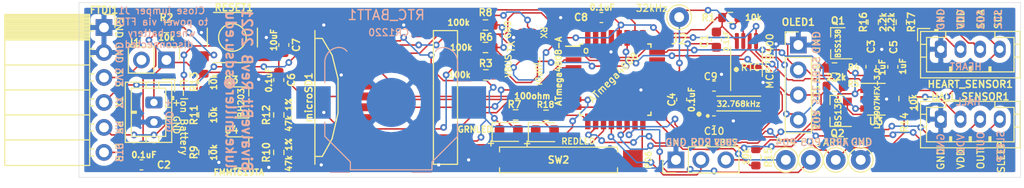
<source format=kicad_pcb>
(kicad_pcb (version 20171130) (host pcbnew "(5.1.10)-1")
  (title_block (title BivalveBit) (rev A))
  (layers (0 F.Cu signal) (31 B.Cu signal) (34 B.Paste user) (35 F.Paste user) (36 B.SilkS user) (37 F.SilkS user) (38 B.Mask user) (39 F.Mask user) (44 Edge.Cuts user))
  (net 0 "")
  (net 1 GND)
  (net 2 VBUS)
  (net 3 /DTR)
  (net 4 VDD)
  (net 5 "Net-(Crystal_32.768kHz1-Pad3)")
  (net 6 "Net-(Crystal_32.768kHz1-Pad2)")
  (net 7 "Net-(D1-Pad2)")
  (net 8 /TO_FTDI_RX)
  (net 9 /TO_FTDI_TX)
  (net 10 /HALL_SLEEP)
  (net 11 /HALL_OUT)
  (net 12 /SCL1)
  (net 13 /SDA1)
  (net 14 /PD4)
  (net 15 /PD5)
  (net 16 "Net-(J6-Pad3)")
  (net 17 /PD2)
  (net 18 /AREF)
  (net 19 /RSV1)
  (net 20 /MISO)
  (net 21 /SCK)
  (net 22 /MOSI)
  (net 23 /CS)
  (net 24 /RSV2)
  (net 25 /SDA)
  (net 26 /SCL)
  (net 27 "Net-(PROGRAM_HEADER1-Pad3)")
  (net 28 /UPDI)
  (net 29 "Net-(Q3-Pad3)")
  (net 30 "Net-(Q3-Pad1)")
  (net 31 /32kHz)
  (net 32 +BATT)
  (net 33 /BATT_MON_EN)
  (net 34 /BATT_MONITOR)
  (net 35 "Net-(R11-Pad1)")
  (net 36 "Net-(RESET1-Pad4)")
  (net 37 /PD6)
  (net 38 "Net-(U2-Pad25)")
  (net 39 /VREG_EN)
  (net 40 "Net-(U2-Pad21)")
  (net 41 "Net-(U2-Pad13)")
  (net 42 "Net-(U3-Pad4)")
  (net 43 /3V3_FTDI)
  (net 44 /TO_RESET)
  (net 45 "Net-(C9-Pad2)")
  (net 46 "Net-(C10-Pad1)")
  (net 47 "Net-(U2-Pad23)")
  (net 48 "Net-(U2-Pad22)")
  (net 49 "Net-(D2-Pad2)")
  (net 50 /GRNLED)
  (net 51 /REDLED)
  (module Connector_JST:JST_PH_B4B-PH-K_1x04_P2.00mm_Vertical (layer F.Cu) (at 187.9727 125.3998)
    (fp_text reference HEART_SENSOR1 (at 3 3.556) (layer F.SilkS) (effects (font (size 0.7112 0.7112))))
    (fp_text value Conn_01x04_Male)
    (pad 4 thru_hole oval (at 6 0) (size 1.2 1.75) (drill 0.75) (layers *.Cu *.Mask) (net 12 /SCL1))
    (pad 3 thru_hole oval (at 4 0) (size 1.2 1.75) (drill 0.75) (layers *.Cu *.Mask) (net 13 /SDA1))
    (pad 2 thru_hole oval (at 2 0) (size 1.2 1.75) (drill 0.75) (layers *.Cu *.Mask) (net 4 VDD))
    (pad 1 thru_hole roundrect (at 0 0) (size 1.2 1.75) (drill 0.75) (layers *.Cu *.Mask) (roundrect_rratio 0.2083325) (net 1 GND))
  )
  (module Battery:BatteryHolder_Keystone_3000_1x12mm_small_pad (layer B.Cu) (at 132.08 130.81)
    (fp_text reference RTC_BATT1 (at -0.508 -8.89) (layer B.SilkS) (effects (justify mirror)))
    (fp_text value Battery_Cell)
    (pad 2 smd circle (at 0 0) (size 5 5) (layers B.Cu B.Mask) (net 1 GND))
    (pad 1 smd rect (at 7.9 0) (size 3.5 3.3) (layers B.Cu B.Paste B.Mask) (net 32 +BATT))
    (pad 1 smd rect (at -7.9 0) (size 3.5 3.3) (layers B.Cu B.Paste B.Mask) (net 32 +BATT))
  )
  (module Connector_PinHeader_2.54mm:PinHeader_1x02_P2.54mm_Vertical (layer F.Cu) (at 109.22 126.492 270)
    (fp_text reference J1 (at -1.778 3.302 180) (layer F.SilkS) (effects (font (size 0.7112 0.7112))))
    (fp_text value Conn_01x02_Male)
    (pad 2 thru_hole oval (at 0 2.54 270) (size 1.7 1.7) (drill 1) (layers *.Cu *.Mask) (net 43 /3V3_FTDI))
    (pad 1 thru_hole rect (at 0 0 270) (size 1.7 1.7) (drill 1) (layers *.Cu *.Mask) (net 2 VBUS))
  )
  (module Resistor_SMD:R_0603_1608Metric (layer F.Cu) (at 183.9595 122.6439 90)
    (fp_text reference R17 (at 0 1.016 90) (layer F.SilkS) (effects (font (size 0.7112 0.7112))))
    (fp_text value 2.2k (at 0 -1.016 90) (layer F.SilkS) (effects (font (size 0.6096 0.6096))))
    (pad 2 smd roundrect (at 0.825 0 90) (size 0.8 0.95) (layers F.Cu F.Paste F.Mask) (net 12 /SCL1))
    (pad 1 smd roundrect (at -0.825 0 90) (size 0.8 0.95) (layers F.Cu F.Paste F.Mask) (net 4 VDD))
  )
  (module Resistor_SMD:R_0603_1608Metric (layer F.Cu) (at 181.102 122.6439 90)
    (fp_text reference R16 (at 0 -1.016 90) (layer F.SilkS) (effects (font (size 0.7112 0.7112))))
    (fp_text value 2.2k (at 0 1.016 90) (layer F.SilkS) (effects (font (size 0.6096 0.6096))))
    (pad 2 smd roundrect (at 0.825 0 90) (size 0.8 0.95) (layers F.Cu F.Paste F.Mask) (net 13 /SDA1))
    (pad 1 smd roundrect (at -0.825 0 90) (size 0.8 0.95) (layers F.Cu F.Paste F.Mask) (net 4 VDD))
  )
  (module Package_TO_SOT_SMD:SOT-23 (layer F.Cu) (at 116.84 135.89)
    (fp_text reference U4 (at -1.016 -2.286) (layer F.SilkS) (effects (font (size 0.7112 0.7112))))
    (fp_text value FMMT619TA (at -0.254 2.032) (layer F.SilkS) (effects (font (size 0.6096 0.6096))))
    (pad 3 smd rect (at 1 0) (size 0.9 0.8) (layers F.Cu F.Paste F.Mask) (net 30 "Net-(Q3-Pad1)"))
    (pad 2 smd rect (at -1 0.95) (size 0.9 0.8) (layers F.Cu F.Paste F.Mask) (net 1 GND))
    (pad 1 smd rect (at -1 -0.95) (size 0.9 0.8) (layers F.Cu F.Paste F.Mask) (net 35 "Net-(R11-Pad1)"))
  )
  (module Package_TO_SOT_SMD:SOT-23-5 (layer F.Cu) (at 181.4195 130.4798)
    (fp_text reference U3 (at -0.0381 2.2606) (layer F.SilkS) (effects (font (size 0.7112 0.7112))))
    (fp_text value LP5907MFX-3.0 (at 0.084 -0.066 90) (layer F.SilkS) (effects (font (size 0.508 0.508) (thickness 0.127))))
    (pad 5 smd rect (at 1.1 -0.95) (size 1.06 0.65) (layers F.Cu F.Paste F.Mask) (net 4 VDD))
    (pad 4 smd rect (at 1.1 0.95) (size 1.06 0.65) (layers F.Cu F.Paste F.Mask) (net 42 "Net-(U3-Pad4)"))
    (pad 3 smd rect (at -1.1 0.95) (size 1.06 0.65) (layers F.Cu F.Paste F.Mask) (net 39 /VREG_EN))
    (pad 2 smd rect (at -1.1 0) (size 1.06 0.65) (layers F.Cu F.Paste F.Mask) (net 1 GND))
    (pad 1 smd rect (at -1.1 -0.95) (size 1.06 0.65) (layers F.Cu F.Paste F.Mask) (net 2 VBUS))
  )
  (module Package_QFP:TQFP-32_7x7mm_P0.8mm (layer F.Cu) (at 154.872 128.492)
    (fp_text reference U2)
    (fp_text value ATmega4808-A (at -5.774 -0.857 90) (layer F.SilkS) (effects (font (size 0.6096 0.6096))))
    (pad 32 smd rect (at -2.8 -4.25 90) (size 1.6 0.55) (layers F.Cu F.Paste F.Mask) (net 25 /SDA))
    (pad 31 smd rect (at -2 -4.25 90) (size 1.6 0.55) (layers F.Cu F.Paste F.Mask) (net 8 /TO_FTDI_RX))
    (pad 30 smd rect (at -1.2 -4.25 90) (size 1.6 0.55) (layers F.Cu F.Paste F.Mask) (net 9 /TO_FTDI_TX))
    (pad 29 smd rect (at -0.4 -4.25 90) (size 1.6 0.55) (layers F.Cu F.Paste F.Mask) (net 1 GND))
    (pad 28 smd rect (at 0.4 -4.25 90) (size 1.6 0.55) (layers F.Cu F.Paste F.Mask) (net 2 VBUS))
    (pad 27 smd rect (at 1.2 -4.25 90) (size 1.6 0.55) (layers F.Cu F.Paste F.Mask) (net 28 /UPDI))
    (pad 26 smd rect (at 2 -4.25 90) (size 1.6 0.55) (layers F.Cu F.Paste F.Mask) (net 44 /TO_RESET))
    (pad 25 smd rect (at 2.8 -4.25 90) (size 1.6 0.55) (layers F.Cu F.Paste F.Mask) (net 38 "Net-(U2-Pad25)"))
    (pad 24 smd rect (at 4.25 -2.8) (size 1.6 0.55) (layers F.Cu F.Paste F.Mask) (net 39 /VREG_EN))
    (pad 23 smd rect (at 4.25 -2) (size 1.6 0.55) (layers F.Cu F.Paste F.Mask) (net 47 "Net-(U2-Pad23)"))
    (pad 22 smd rect (at 4.25 -1.2) (size 1.6 0.55) (layers F.Cu F.Paste F.Mask) (net 48 "Net-(U2-Pad22)"))
    (pad 21 smd rect (at 4.25 -0.4) (size 1.6 0.55) (layers F.Cu F.Paste F.Mask) (net 40 "Net-(U2-Pad21)"))
    (pad 20 smd rect (at 4.25 0.4) (size 1.6 0.55) (layers F.Cu F.Paste F.Mask) (net 31 /32kHz))
    (pad 19 smd rect (at 4.25 1.2) (size 1.6 0.55) (layers F.Cu F.Paste F.Mask) (net 1 GND))
    (pad 18 smd rect (at 4.25 2) (size 1.6 0.55) (layers F.Cu F.Paste F.Mask) (net 4 VDD))
    (pad 17 smd rect (at 4.25 2.8) (size 1.6 0.55) (layers F.Cu F.Paste F.Mask) (net 18 /AREF))
    (pad 16 smd rect (at 2.8 4.25 90) (size 1.6 0.55) (layers F.Cu F.Paste F.Mask) (net 37 /PD6))
    (pad 15 smd rect (at 2 4.25 90) (size 1.6 0.55) (layers F.Cu F.Paste F.Mask) (net 15 /PD5))
    (pad 14 smd rect (at 1.2 4.25 90) (size 1.6 0.55) (layers F.Cu F.Paste F.Mask) (net 14 /PD4))
    (pad 13 smd rect (at 0.4 4.25 90) (size 1.6 0.55) (layers F.Cu F.Paste F.Mask) (net 41 "Net-(U2-Pad13)"))
    (pad 12 smd rect (at -0.4 4.25 90) (size 1.6 0.55) (layers F.Cu F.Paste F.Mask) (net 17 /PD2))
    (pad 11 smd rect (at -1.2 4.25 90) (size 1.6 0.55) (layers F.Cu F.Paste F.Mask) (net 34 /BATT_MONITOR))
    (pad 10 smd rect (at -2 4.25 90) (size 1.6 0.55) (layers F.Cu F.Paste F.Mask) (net 11 /HALL_OUT))
    (pad 9 smd rect (at -2.8 4.25 90) (size 1.6 0.55) (layers F.Cu F.Paste F.Mask) (net 51 /REDLED))
    (pad 8 smd rect (at -4.25 2.8) (size 1.6 0.55) (layers F.Cu F.Paste F.Mask) (net 10 /HALL_SLEEP))
    (pad 7 smd rect (at -4.25 2) (size 1.6 0.55) (layers F.Cu F.Paste F.Mask) (net 33 /BATT_MON_EN))
    (pad 6 smd rect (at -4.25 1.2) (size 1.6 0.55) (layers F.Cu F.Paste F.Mask) (net 50 /GRNLED))
    (pad 5 smd rect (at -4.25 0.4) (size 1.6 0.55) (layers F.Cu F.Paste F.Mask) (net 23 /CS))
    (pad 4 smd rect (at -4.25 -0.4) (size 1.6 0.55) (layers F.Cu F.Paste F.Mask) (net 21 /SCK))
    (pad 3 smd rect (at -4.25 -1.2) (size 1.6 0.55) (layers F.Cu F.Paste F.Mask) (net 20 /MISO))
    (pad 2 smd rect (at -4.25 -2) (size 1.6 0.55) (layers F.Cu F.Paste F.Mask) (net 22 /MOSI))
    (pad 1 smd rect (at -4.25 -2.8) (size 1.6 0.55) (layers F.Cu F.Paste F.Mask) (net 26 /SCL))
  )
  (module Button_Switch_SMD:SW_SPST_REED_CT10-XXXX-G1 (layer F.Cu) (at 149.098 136.652)
    (fp_text reference SW2 (at 0 0) (layer F.SilkS) (effects (font (size 0.7112 0.7112))))
    (fp_text value SW_Reed)
    (pad 2 smd rect (at 7.56 0) (size 2 2) (layers F.Cu F.Paste F.Mask) (net 37 /PD6))
    (pad 1 smd rect (at -7.56 0) (size 2 2) (layers F.Cu F.Paste F.Mask) (net 1 GND))
  )
  (module Switch_CK_PTS525SM15SMTR2:SW_PTS525SM15SMTR2LFS (layer F.Cu) (at 115.926 124.206)
    (fp_text reference RESET1 (at 0.152 -3.048) (layer F.SilkS) (effects (font (size 0.7112 0.7112))))
    (fp_text value PTS525SM15SMTR2LFS)
    (pad 4 smd rect (at 3.2 1.9) (size 1.6 1) (layers F.Cu F.Paste F.Mask) (net 36 "Net-(RESET1-Pad4)"))
    (pad 3 smd rect (at -3.2 1.9) (size 1.6 1) (layers F.Cu F.Paste F.Mask) (net 44 /TO_RESET))
    (pad 2 smd rect (at 3.2 -1.9) (size 1.6 1) (layers F.Cu F.Paste F.Mask) (net 1 GND))
    (pad 1 smd rect (at -3.2 -1.9) (size 1.6 1) (layers F.Cu F.Paste F.Mask) (net 1 GND))
  )
  (module Resistor_SMD:R_0603_1608Metric (layer F.Cu) (at 169.164 136.398 270)
    (fp_text reference R15 (at 0 -1.27 90) (layer F.SilkS) (effects (font (size 0.7112 0.7112))))
    (fp_text value 10k (at -0.063 1.016 90) (layer F.SilkS) (effects (font (size 0.6096 0.6096))))
    (pad 2 smd roundrect (at 0.825 0 270) (size 0.8 0.95) (layers F.Cu F.Paste F.Mask) (net 16 "Net-(J6-Pad3)"))
    (pad 1 smd roundrect (at -0.825 0 270) (size 0.8 0.95) (layers F.Cu F.Paste F.Mask) (net 2 VBUS))
  )
  (module Resistor_SMD:R_0603_1608Metric (layer F.Cu) (at 184.2389 130.4163 270)
    (fp_text reference R14 (at 2.4384 -0.0381 90) (layer F.SilkS) (effects (font (size 0.7112 0.7112))))
    (fp_text value 10k (at 0.3937 -0.9652 90) (layer F.SilkS) (effects (font (size 0.6096 0.6096))))
    (pad 2 smd roundrect (at 0.825 0 270) (size 0.8 0.95) (layers F.Cu F.Paste F.Mask) (net 18 /AREF))
    (pad 1 smd roundrect (at -0.825 0 270) (size 0.8 0.95) (layers F.Cu F.Paste F.Mask) (net 4 VDD))
  )
  (module Resistor_SMD:R_0603_1608Metric (layer F.Cu) (at 113.03 128.715 90)
    (fp_text reference R13 (at 0 -1.016 90) (layer F.SilkS) (effects (font (size 0.7112 0.7112))))
    (fp_text value 10k (at 0 1.016 90) (layer F.SilkS) (effects (font (size 0.6096 0.6096))))
    (pad 2 smd roundrect (at 0.825 0 90) (size 0.8 0.95) (layers F.Cu F.Paste F.Mask) (net 2 VBUS))
    (pad 1 smd roundrect (at -0.825 0 90) (size 0.8 0.95) (layers F.Cu F.Paste F.Mask) (net 30 "Net-(Q3-Pad1)"))
  )
  (module Resistor_SMD:R_0603_1608Metric (layer F.Cu) (at 120.65 132.08 90)
    (fp_text reference R12 (at 0 -1.27 90) (layer F.SilkS) (effects (font (size 0.7112 0.7112))))
    (fp_text value "47k 1%" (at 0 1.016 90) (layer F.SilkS) (effects (font (size 0.6096 0.6096))))
    (pad 2 smd roundrect (at 0.825 0 90) (size 0.8 0.95) (layers F.Cu F.Paste F.Mask) (net 29 "Net-(Q3-Pad3)"))
    (pad 1 smd roundrect (at -0.825 0 90) (size 0.8 0.95) (layers F.Cu F.Paste F.Mask) (net 34 /BATT_MONITOR))
  )
  (module Resistor_SMD:R_0603_1608Metric (layer F.Cu) (at 113.03 132.08 90)
    (fp_text reference R11 (at 0 -1.016 90) (layer F.SilkS) (effects (font (size 0.7112 0.7112))))
    (fp_text value 10k (at 0 1.016 90) (layer F.SilkS) (effects (font (size 0.6096 0.6096))))
    (pad 2 smd roundrect (at 0.825 0 90) (size 0.8 0.95) (layers F.Cu F.Paste F.Mask) (net 33 /BATT_MON_EN))
    (pad 1 smd roundrect (at -0.825 0 90) (size 0.8 0.95) (layers F.Cu F.Paste F.Mask) (net 35 "Net-(R11-Pad1)"))
  )
  (module Resistor_SMD:R_0603_1608Metric (layer F.Cu) (at 120.65 135.89 90)
    (fp_text reference R10 (at 0 -1.27 90) (layer F.SilkS) (effects (font (size 0.7112 0.7112))))
    (fp_text value "47k 1%" (at -0.254 1.016 90) (layer F.SilkS) (effects (font (size 0.6096 0.6096))))
    (pad 2 smd roundrect (at 0.825 0 90) (size 0.8 0.95) (layers F.Cu F.Paste F.Mask) (net 34 /BATT_MONITOR))
    (pad 1 smd roundrect (at -0.825 0 90) (size 0.8 0.95) (layers F.Cu F.Paste F.Mask) (net 1 GND))
  )
  (module Resistor_SMD:R_0603_1608Metric (layer F.Cu) (at 113.03 135.89 90)
    (fp_text reference R9 (at 0 -1.016 90) (layer F.SilkS) (effects (font (size 0.7112 0.7112))))
    (fp_text value 10k (at 0 1.016 90) (layer F.SilkS) (effects (font (size 0.6096 0.6096))))
    (pad 2 smd roundrect (at 0.825 0 90) (size 0.8 0.95) (layers F.Cu F.Paste F.Mask) (net 33 /BATT_MON_EN))
    (pad 1 smd roundrect (at -0.825 0 90) (size 0.8 0.95) (layers F.Cu F.Paste F.Mask) (net 1 GND))
  )
  (module Resistor_SMD:R_0603_1608Metric (layer F.Cu) (at 141.669 122.936 180)
    (fp_text reference R8 (at 0 1.27) (layer F.SilkS) (effects (font (size 0.7112 0.7112))))
    (fp_text value 100k (at 2.731 0.254) (layer F.SilkS) (effects (font (size 0.6096 0.6096))))
    (pad 2 smd roundrect (at 0.825 0 180) (size 0.8 0.95) (layers F.Cu F.Paste F.Mask) (net 19 /RSV1))
    (pad 1 smd roundrect (at -0.825 0 180) (size 0.8 0.95) (layers F.Cu F.Paste F.Mask) (net 2 VBUS))
  )
  (module Resistor_SMD:R_0603_1608Metric (layer F.Cu) (at 144.7292 132.08 180)
    (fp_text reference R7 (at 0.1143 1.0668) (layer F.SilkS) (effects (font (size 0.7112 0.7112))))
    (fp_text value 100ohm (at -1.7018 1.9177) (layer F.SilkS) (effects (font (size 0.6096 0.6096))))
    (pad 2 smd roundrect (at 0.825 0 180) (size 0.8 0.95) (layers F.Cu F.Paste F.Mask) (net 7 "Net-(D1-Pad2)"))
    (pad 1 smd roundrect (at -0.825 0 180) (size 0.8 0.95) (layers F.Cu F.Paste F.Mask) (net 50 /GRNLED))
  )
  (module Resistor_SMD:R_0603_1608Metric (layer F.Cu) (at 141.669 125.222 180)
    (fp_text reference R6 (at -0.063 1.0541) (layer F.SilkS) (effects (font (size 0.7112 0.7112))))
    (fp_text value 100k (at 2.477 0) (layer F.SilkS) (effects (font (size 0.6096 0.6096))))
    (pad 2 smd roundrect (at 0.825 0 180) (size 0.8 0.95) (layers F.Cu F.Paste F.Mask) (net 24 /RSV2))
    (pad 1 smd roundrect (at -0.825 0 180) (size 0.8 0.95) (layers F.Cu F.Paste F.Mask) (net 2 VBUS))
  )
  (module Resistor_SMD:R_0603_1608Metric (layer F.Cu) (at 177.1777 129.1717 180)
    (fp_text reference R5 (at -1.905 0.254) (layer F.SilkS) (effects (font (size 0.6096 0.6096) (thickness 0.127))))
    (fp_text value 2.2k (at -0.1778 0.9525) (layer F.SilkS) (effects (font (size 0.6096 0.6096))))
    (pad 2 smd roundrect (at 0.825 0 180) (size 0.8 0.95) (layers F.Cu F.Paste F.Mask) (net 26 /SCL))
    (pad 1 smd roundrect (at -0.825 0 180) (size 0.8 0.95) (layers F.Cu F.Paste F.Mask) (net 2 VBUS))
  )
  (module Resistor_SMD:R_0603_1608Metric (layer F.Cu) (at 177.165 127.3048 180)
    (fp_text reference R4 (at -1.9558 0.0762) (layer F.SilkS) (effects (font (size 0.6096 0.6096) (thickness 0.127))))
    (fp_text value 2.2k (at -0.1905 -0.9525) (layer F.SilkS) (effects (font (size 0.6096 0.6096))))
    (pad 2 smd roundrect (at 0.825 0 180) (size 0.8 0.95) (layers F.Cu F.Paste F.Mask) (net 25 /SDA))
    (pad 1 smd roundrect (at -0.825 0 180) (size 0.8 0.95) (layers F.Cu F.Paste F.Mask) (net 2 VBUS))
  )
  (module Resistor_SMD:R_0603_1608Metric (layer F.Cu) (at 141.7066 128.0033)
    (fp_text reference R3 (at -0.009772 -1.16512) (layer F.SilkS) (effects (font (size 0.7112 0.7112))))
    (fp_text value 100k (at -2.676772 0.00328) (layer F.SilkS) (effects (font (size 0.6096 0.6096))))
    (pad 2 smd roundrect (at 0.825 0) (size 0.8 0.95) (layers F.Cu F.Paste F.Mask) (net 28 /UPDI))
    (pad 1 smd roundrect (at -0.825 0) (size 0.8 0.95) (layers F.Cu F.Paste F.Mask) (net 2 VBUS))
  )
  (module Resistor_SMD:R_0603_1608Metric (layer F.Cu) (at 109.22 123.19)
    (fp_text reference R2 (at 0 -1.016) (layer F.SilkS) (effects (font (size 0.7112 0.7112))))
    (fp_text value 10k (at 0 1.016) (layer F.SilkS) (effects (font (size 0.6096 0.6096))))
    (pad 2 smd roundrect (at 0.825 0) (size 0.8 0.95) (layers F.Cu F.Paste F.Mask) (net 44 /TO_RESET))
    (pad 1 smd roundrect (at -0.825 0) (size 0.8 0.95) (layers F.Cu F.Paste F.Mask) (net 2 VBUS))
  )
  (module Resistor_SMD:R_0603_1608Metric (layer F.Cu) (at 166.561 122.174)
    (fp_text reference R1 (at -2.223 0) (layer F.SilkS) (effects (font (size 0.7112 0.7112))))
    (fp_text value 10k (at 2.349 0) (layer F.SilkS) (effects (font (size 0.6096 0.6096))))
    (pad 2 smd roundrect (at 0.825 0) (size 0.8 0.95) (layers F.Cu F.Paste F.Mask) (net 31 /32kHz))
    (pad 1 smd roundrect (at -0.825 0) (size 0.8 0.95) (layers F.Cu F.Paste F.Mask) (net 2 VBUS))
  )
  (module Package_TO_SOT_SMD:SOT-23 (layer F.Cu) (at 116.84 130.81)
    (fp_text reference Q3 (at -1.016 -2.286) (layer F.SilkS) (effects (font (size 0.7112 0.7112))))
    (fp_text value IRLML5203 hide)
    (pad 3 smd rect (at 1 0) (size 0.9 0.8) (layers F.Cu F.Paste F.Mask) (net 29 "Net-(Q3-Pad3)"))
    (pad 2 smd rect (at -1 0.95) (size 0.9 0.8) (layers F.Cu F.Paste F.Mask) (net 2 VBUS))
    (pad 1 smd rect (at -1 -0.95) (size 0.9 0.8) (layers F.Cu F.Paste F.Mask) (net 30 "Net-(Q3-Pad1)"))
  )
  (module Package_TO_SOT_SMD:SOT-23 (layer F.Cu) (at 177.4698 131.6736 180)
    (fp_text reference Q2 (at 0 -2.286) (layer F.SilkS) (effects (font (size 0.7112 0.7112))))
    (fp_text value BSS138)
    (pad 3 smd rect (at 1 0 180) (size 0.9 0.8) (layers F.Cu F.Paste F.Mask) (net 26 /SCL))
    (pad 2 smd rect (at -1 0.95 180) (size 0.9 0.8) (layers F.Cu F.Paste F.Mask) (net 12 /SCL1))
    (pad 1 smd rect (at -1 -0.95 180) (size 0.9 0.8) (layers F.Cu F.Paste F.Mask) (net 2 VBUS))
  )
  (module Package_TO_SOT_SMD:SOT-23 (layer F.Cu) (at 177.5333 124.7902 180)
    (fp_text reference Q1 (at 0.016 2.286) (layer F.SilkS) (effects (font (size 0.7112 0.7112))))
    (fp_text value BSS138 (at 0.0127 -0.0254 90) (layer F.SilkS) (effects (font (size 0.508 0.508) (thickness 0.127))))
    (pad 3 smd rect (at 1 0 180) (size 0.9 0.8) (layers F.Cu F.Paste F.Mask) (net 25 /SDA))
    (pad 2 smd rect (at -1 0.95 180) (size 0.9 0.8) (layers F.Cu F.Paste F.Mask) (net 13 /SDA1))
    (pad 1 smd rect (at -1 -0.95 180) (size 0.9 0.8) (layers F.Cu F.Paste F.Mask) (net 2 VBUS))
  )
  (module Connector:Tag-Connect_TC2030-IDC-NL_2x03_P1.27mm_Vertical (layer F.Cu) (at 145.923 124.968 90)
    (fp_text reference PROGRAM_HEADER1)
    (fp_text value TC2030-IDC-NL-UPDI)
    (pad 6 connect circle (at 1.27 -0.635 90) (size 0.7874 0.7874) (layers F.Cu F.Mask) (net 1 GND))
    (pad 5 connect circle (at 1.27 0.635 90) (size 0.7874 0.7874) (layers F.Cu F.Mask) (net 8 /TO_FTDI_RX))
    (pad 4 connect circle (at 0 -0.635 90) (size 0.7874 0.7874) (layers F.Cu F.Mask) (net 9 /TO_FTDI_TX))
    (pad 3 connect circle (at 0 0.635 90) (size 0.7874 0.7874) (layers F.Cu F.Mask) (net 27 "Net-(PROGRAM_HEADER1-Pad3)"))
    (pad 2 connect circle (at -1.27 -0.635 90) (size 0.7874 0.7874) (layers F.Cu F.Mask) (net 2 VBUS))
    (pad 1 connect circle (at -1.27 0.635 90) (size 0.7874 0.7874) (layers F.Cu F.Mask) (net 28 /UPDI))
    (pad "" np_thru_hole circle (at -2.54 0 90) (size 0.9906 0.9906) (drill 0.9906) (layers *.Cu *.Mask))
    (pad "" np_thru_hole circle (at 2.54 1.016 90) (size 0.9906 0.9906) (drill 0.9906) (layers *.Cu *.Mask))
    (pad "" np_thru_hole circle (at 2.54 -1.016 90) (size 0.9906 0.9906) (drill 0.9906) (layers *.Cu *.Mask))
  )
  (module Connector_JST:JST_PH_B2B-PH-K_1x02_P2.00mm_Vertical (layer F.Cu) (at 107.95 130.81 270)
    (fp_text reference PRIMARY_BATTERY1)
    (fp_text value Conn_01x02)
    (pad 2 thru_hole oval (at 2 0 270) (size 1.2 1.75) (drill 0.75) (layers *.Cu *.Mask) (net 1 GND))
    (pad 1 thru_hole roundrect (at 0 0 270) (size 1.2 1.75) (drill 0.75) (layers *.Cu *.Mask) (roundrect_rratio 0.2083325) (net 2 VBUS))
  )
  (module Connector_PinHeader_2.54mm:PinHeader_1x04_P2.54mm_Vertical (layer F.Cu) (at 173.482 124.968)
    (fp_text reference OLED1 (at 0 -2.33) (layer F.SilkS) (effects (font (size 0.7112 0.7112))))
    (fp_text value Conn_01x04)
    (pad 4 thru_hole oval (at 0 7.62) (size 1.7 1.7) (drill 1) (layers *.Cu *.Mask) (net 25 /SDA))
    (pad 3 thru_hole oval (at 0 5.08) (size 1.7 1.7) (drill 1) (layers *.Cu *.Mask) (net 26 /SCL))
    (pad 2 thru_hole oval (at 0 2.54) (size 1.7 1.7) (drill 1) (layers *.Cu *.Mask) (net 2 VBUS))
    (pad 1 thru_hole rect (at 0 0) (size 1.7 1.7) (drill 1) (layers *.Cu *.Mask) (net 1 GND))
  )
  (module MOLEX_microSD_47219-2001:MOLEX_47219-2001 (layer F.Cu) (at 131.572 130.302 270)
    (fp_text reference microSD1 (at 0 7.874 270) (layer F.SilkS) (effects (font (size 0.7112 0.7112))))
    (fp_text value 47219-2001)
    (pad G4 smd rect (at -6.875 4.7 270) (size 1.5 2.05) (layers F.Cu F.Paste F.Mask) (net 1 GND))
    (pad G3 smd rect (at -6.875 -3.6 270) (size 1.5 2.05) (layers F.Cu F.Paste F.Mask) (net 1 GND))
    (pad G2 smd rect (at 6.875 -3.6 270) (size 1.5 2.05) (layers F.Cu F.Paste F.Mask) (net 1 GND))
    (pad G1 smd rect (at 6.875 4.7 270) (size 1.5 2.05) (layers F.Cu F.Paste F.Mask) (net 1 GND))
    (pad 8 smd rect (at -4.5 2.1 270) (size 0.8 1.5) (layers F.Cu F.Paste F.Mask) (net 19 /RSV1))
    (pad 7 smd rect (at -3.4 2.1 270) (size 0.8 1.5) (layers F.Cu F.Paste F.Mask) (net 20 /MISO))
    (pad 6 smd rect (at -2.3 2.1 270) (size 0.8 1.5) (layers F.Cu F.Paste F.Mask) (net 1 GND))
    (pad 5 smd rect (at -1.2 2.1 270) (size 0.8 1.5) (layers F.Cu F.Paste F.Mask) (net 21 /SCK))
    (pad 4 smd rect (at -0.1 2.1 270) (size 0.8 1.5) (layers F.Cu F.Paste F.Mask) (net 2 VBUS))
    (pad 3 smd rect (at 1 2.1 270) (size 0.8 1.5) (layers F.Cu F.Paste F.Mask) (net 22 /MOSI))
    (pad 2 smd rect (at 2.1 2.1 270) (size 0.8 1.5) (layers F.Cu F.Paste F.Mask) (net 23 /CS))
    (pad 1 smd rect (at 3.2 2.1 270) (size 0.8 1.5) (layers F.Cu F.Paste F.Mask) (net 24 /RSV2))
  )
  (module Connector_Pin:Pin_D1.0mm_L10.0mm (layer F.Cu) (at 177.292 136.652)
    (fp_text reference J7)
    (fp_text value Conn_01x01_Male)
    (pad 1 thru_hole circle (at 0 0) (size 2 2) (drill 1) (layers *.Cu *.Mask) (net 18 /AREF))
  )
  (module Connector_PinHeader_2.54mm:PinHeader_1x03_P2.54mm_Vertical (layer F.Cu) (at 161.036 136.652 90)
    (fp_text reference J6)
    (fp_text value Conn_01x03_Male)
    (pad 3 thru_hole oval (at 0 5.08 90) (size 1.7 1.7) (drill 1) (layers *.Cu *.Mask) (net 16 "Net-(J6-Pad3)"))
    (pad 2 thru_hole oval (at 0 2.54 90) (size 1.7 1.7) (drill 1) (layers *.Cu *.Mask) (net 17 /PD2))
    (pad 1 thru_hole rect (at 0 0 90) (size 1.7 1.7) (drill 1) (layers *.Cu *.Mask) (net 1 GND))
  )
  (module Connector_Pin:Pin_D1.0mm_L10.0mm (layer F.Cu) (at 174.752 136.652)
    (fp_text reference J5)
    (fp_text value Conn_01x01_Male)
    (pad 1 thru_hole circle (at 0 0) (size 2 2) (drill 1) (layers *.Cu *.Mask) (net 15 /PD5))
  )
  (module Connector_Pin:Pin_D1.0mm_L10.0mm (layer F.Cu) (at 172.212 136.652)
    (fp_text reference J4)
    (fp_text value Conn_01x01_Male)
    (pad 1 thru_hole circle (at 0 0) (size 2 2) (drill 1) (layers *.Cu *.Mask) (net 14 /PD4))
  )
  (module Connector_JST:JST_PH_B4B-PH-K_1x04_P2.00mm_Vertical (layer F.Cu) (at 187.9727 132.5118)
    (fp_text reference HALL_SENSOR1 (at 3 -2.286) (layer F.SilkS) (effects (font (size 0.7112 0.7112))))
    (fp_text value Conn_01x04_Male)
    (pad 4 thru_hole oval (at 6 0) (size 1.2 1.75) (drill 0.75) (layers *.Cu *.Mask) (net 10 /HALL_SLEEP))
    (pad 3 thru_hole oval (at 4 0) (size 1.2 1.75) (drill 0.75) (layers *.Cu *.Mask) (net 11 /HALL_OUT))
    (pad 2 thru_hole oval (at 2 0) (size 1.2 1.75) (drill 0.75) (layers *.Cu *.Mask) (net 4 VDD))
    (pad 1 thru_hole roundrect (at 0 0) (size 1.2 1.75) (drill 0.75) (layers *.Cu *.Mask) (roundrect_rratio 0.2083325) (net 1 GND))
  )
  (module Connector_PinSocket_2.54mm:PinSocket_1x06_P2.54mm_Horizontal (layer F.Cu) (at 102.87 123.19)
    (fp_text reference FTDI1 (at 0 -1.778) (layer F.SilkS) (effects (font (size 0.7112 0.7112))))
    (fp_text value Conn_01x06)
    (pad 6 thru_hole oval (at 0 12.7) (size 1.7 1.7) (drill 1) (layers *.Cu *.Mask) (net 3 /DTR))
    (pad 5 thru_hole oval (at 0 10.16) (size 1.7 1.7) (drill 1) (layers *.Cu *.Mask) (net 8 /TO_FTDI_RX))
    (pad 4 thru_hole oval (at 0 7.62) (size 1.7 1.7) (drill 1) (layers *.Cu *.Mask) (net 9 /TO_FTDI_TX))
    (pad 3 thru_hole oval (at 0 5.08) (size 1.7 1.7) (drill 1) (layers *.Cu *.Mask) (net 43 /3V3_FTDI))
    (pad 2 thru_hole oval (at 0 2.54) (size 1.7 1.7) (drill 1) (layers *.Cu *.Mask) (net 1 GND))
    (pad 1 thru_hole rect (at 0 0) (size 1.7 1.7) (drill 1) (layers *.Cu *.Mask) (net 1 GND))
  )
  (module LED_SMD:LED_0805_2012Metric (layer F.Cu) (at 144.0307 133.8072)
    (fp_text reference D1)
    (fp_text value GRNLED (at -3.429 -0.254) (layer F.SilkS) (effects (font (size 0.6096 0.6096))))
    (pad 2 smd roundrect (at 0.9375 0) (size 0.975 1.4) (layers F.Cu F.Paste F.Mask) (net 7 "Net-(D1-Pad2)"))
    (pad 1 smd roundrect (at -0.9375 0) (size 0.975 1.4) (layers F.Cu F.Paste F.Mask) (net 2 VBUS))
  )
  (module Crystal_Seiko_SSPT:OSC_SSP-T7-F (layer F.Cu) (at 167.4241 130.9243 90)
    (fp_text reference Crystal_32.768kHz1)
    (fp_text value SSP-T7-F)
    (pad 4 smd rect (at 0.45 -3.15 90) (size 0.6 1.2) (layers F.Cu F.Paste F.Mask) (net 45 "Net-(C9-Pad2)"))
    (pad 3 smd rect (at 0.45 3.15 90) (size 0.6 1.2) (layers F.Cu F.Paste F.Mask) (net 5 "Net-(Crystal_32.768kHz1-Pad3)"))
    (pad 2 smd rect (at -0.45 3.15 90) (size 0.6 1.2) (layers F.Cu F.Paste F.Mask) (net 6 "Net-(Crystal_32.768kHz1-Pad2)"))
    (pad 1 smd rect (at -0.45 -3.15 90) (size 0.6 1.2) (layers F.Cu F.Paste F.Mask) (net 46 "Net-(C10-Pad1)"))
  )
  (module Capacitor_SMD:C_0603_1608Metric (layer F.Cu) (at 153.4541 122.174 180)
    (fp_text reference C8 (at 2.0701 0.0254) (layer F.SilkS) (effects (font (size 0.7112 0.7112))))
    (fp_text value 0.1uF (at -0.0762 1.0287) (layer F.SilkS) (effects (font (size 0.6096 0.6096))))
    (pad 2 smd roundrect (at 0.775 0 180) (size 0.9 0.95) (layers F.Cu F.Paste F.Mask) (net 1 GND))
    (pad 1 smd roundrect (at -0.775 0 180) (size 0.9 0.95) (layers F.Cu F.Paste F.Mask) (net 2 VBUS))
  )
  (module Capacitor_SMD:C_0603_1608Metric (layer F.Cu) (at 121.158 124.968 90)
    (fp_text reference C7 (at 0 1.27 90) (layer F.SilkS) (effects (font (size 0.7112 0.7112))))
    (fp_text value 10uF (at 0.508 -1.016 90) (layer F.SilkS) (effects (font (size 0.6096 0.6096))))
    (pad 2 smd roundrect (at 0.775 0 90) (size 0.9 0.95) (layers F.Cu F.Paste F.Mask) (net 1 GND))
    (pad 1 smd roundrect (at -0.775 0 90) (size 0.9 0.95) (layers F.Cu F.Paste F.Mask) (net 2 VBUS))
  )
  (module Capacitor_SMD:C_0603_1608Metric (layer F.Cu) (at 120.65 128.524 270)
    (fp_text reference C6 (at 0 -1.27 90) (layer F.SilkS) (effects (font (size 0.7112 0.7112))))
    (fp_text value 0.1uF (at 0 1.016 90) (layer F.SilkS) (effects (font (size 0.6096 0.6096))))
    (pad 2 smd roundrect (at 0.775 0 270) (size 0.9 0.95) (layers F.Cu F.Paste F.Mask) (net 1 GND))
    (pad 1 smd roundrect (at -0.775 0 270) (size 0.9 0.95) (layers F.Cu F.Paste F.Mask) (net 2 VBUS))
  )
  (module Capacitor_SMD:C_0603_1608Metric (layer F.Cu) (at 183.0959 127.1905 90)
    (fp_text reference C5 (at 2.0066 0.0762 90) (layer F.SilkS) (effects (font (size 0.7112 0.7112))))
    (fp_text value 1uF (at 0.0508 1.016 90) (layer F.SilkS) (effects (font (size 0.6096 0.6096))))
    (pad 2 smd roundrect (at 0.775 0 90) (size 0.9 0.95) (layers F.Cu F.Paste F.Mask) (net 1 GND))
    (pad 1 smd roundrect (at -0.775 0 90) (size 0.9 0.95) (layers F.Cu F.Paste F.Mask) (net 4 VDD))
  )
  (module Capacitor_SMD:C_0603_1608Metric (layer F.Cu) (at 161.6202 130.5179 90)
    (fp_text reference C4 (at 0 -1.016 90) (layer F.SilkS) (effects (font (size 0.7112 0.7112))))
    (fp_text value 0.1uF (at 0 1.016 90) (layer F.SilkS) (effects (font (size 0.6096 0.6096))))
    (pad 2 smd roundrect (at 0.775 0 90) (size 0.9 0.95) (layers F.Cu F.Paste F.Mask) (net 1 GND))
    (pad 1 smd roundrect (at -0.775 0 90) (size 0.9 0.95) (layers F.Cu F.Paste F.Mask) (net 4 VDD))
  )
  (module Capacitor_SMD:C_0603_1608Metric (layer F.Cu) (at 180.8734 127.1778 90)
    (fp_text reference C3 (at 2.0447 0.0127 90) (layer F.SilkS) (effects (font (size 0.7112 0.7112))))
    (fp_text value 1uF (at -0.0508 1.143 90) (layer F.SilkS) (effects (font (size 0.6096 0.6096))))
    (pad 2 smd roundrect (at 0.775 0 90) (size 0.9 0.95) (layers F.Cu F.Paste F.Mask) (net 1 GND))
    (pad 1 smd roundrect (at -0.775 0 90) (size 0.9 0.95) (layers F.Cu F.Paste F.Mask) (net 2 VBUS))
  )
  (module Capacitor_SMD:C_0603_1608Metric (layer F.Cu) (at 106.68 137.16)
    (fp_text reference C2 (at 2.286 0) (layer F.SilkS) (effects (font (size 0.7112 0.7112))))
    (fp_text value 0.1uF (at 0.254 -1.016) (layer F.SilkS) (effects (font (size 0.6096 0.6096))))
    (pad 2 smd roundrect (at 0.775 0) (size 0.9 0.95) (layers F.Cu F.Paste F.Mask) (net 44 /TO_RESET))
    (pad 1 smd roundrect (at -0.775 0) (size 0.9 0.95) (layers F.Cu F.Paste F.Mask) (net 3 /DTR))
  )
  (module Capacitor_SMD:C_0603_1608Metric (layer F.Cu) (at 165.1508 124.4219 270)
    (fp_text reference C1 (at 0.1651 1.2192 90) (layer F.SilkS) (effects (font (size 0.7112 0.7112))))
    (fp_text value 0.1uF (at 0.1524 -1.016 90) (layer F.SilkS) (effects (font (size 0.508 0.508) (thickness 0.127))))
    (pad 2 smd roundrect (at 0.775 0 270) (size 0.9 0.95) (layers F.Cu F.Paste F.Mask) (net 1 GND))
    (pad 1 smd roundrect (at -0.775 0 270) (size 0.9 0.95) (layers F.Cu F.Paste F.Mask) (net 2 VBUS))
  )
  (module Connector_Pin:Pin_D1.0mm_L10.0mm (layer F.Cu) (at 179.832 136.652)
    (fp_text reference J8)
    (fp_text value Conn_01x01_Male)
    (pad 1 thru_hole circle (at 0 0) (size 2 2) (drill 1) (layers *.Cu *.Mask) (net 1 GND))
  )
  (module Capacitor_SMD:C_0603_1608Metric (layer F.Cu) (at 164.9095 129.1463 180)
    (fp_text reference C9 (at 0.3429 0.9779) (layer F.SilkS) (effects (font (size 0.7112 0.7112) (thickness 0.127))))
    (fp_text value 4-16pF)
    (pad 1 smd roundrect (at -0.775 0 180) (size 0.9 0.95) (layers F.Cu F.Paste F.Mask) (net 1 GND))
    (pad 2 smd roundrect (at 0.775 0 180) (size 0.9 0.95) (layers F.Cu F.Paste F.Mask) (net 45 "Net-(C9-Pad2)"))
  )
  (module Capacitor_SMD:C_0603_1608Metric (layer F.Cu) (at 164.8968 132.6896)
    (fp_text reference C10 (at 0.0254 1.0414) (layer F.SilkS) (effects (font (size 0.7112 0.7112) (thickness 0.127))))
    (fp_text value 4-16pF)
    (pad 2 smd roundrect (at 0.775 0) (size 0.9 0.95) (layers F.Cu F.Paste F.Mask) (net 1 GND))
    (pad 1 smd roundrect (at -0.775 0) (size 0.9 0.95) (layers F.Cu F.Paste F.Mask) (net 46 "Net-(C10-Pad1)"))
  )
  (module Package_SO:MSOP-8_3x3mm_P0.65mm (layer F.Cu) (at 168.2115 126.6698 90)
    (fp_text reference RTC1)
    (fp_text value MCP79400)
    (pad 1 smd roundrect (at -2.1125 -0.975 90) (size 1.625 0.4) (layers F.Cu F.Paste F.Mask) (net 45 "Net-(C9-Pad2)"))
    (pad 2 smd roundrect (at -2.1125 -0.325 90) (size 1.625 0.4) (layers F.Cu F.Paste F.Mask) (net 46 "Net-(C10-Pad1)"))
    (pad 3 smd roundrect (at -2.1125 0.325 90) (size 1.625 0.4) (layers F.Cu F.Paste F.Mask) (net 32 +BATT))
    (pad 4 smd roundrect (at -2.1125 0.975 90) (size 1.625 0.4) (layers F.Cu F.Paste F.Mask) (net 1 GND))
    (pad 5 smd roundrect (at 2.1125 0.975 90) (size 1.625 0.4) (layers F.Cu F.Paste F.Mask) (net 25 /SDA))
    (pad 6 smd roundrect (at 2.1125 0.325 90) (size 1.625 0.4) (layers F.Cu F.Paste F.Mask) (net 26 /SCL))
    (pad 7 smd roundrect (at 2.1125 -0.325 90) (size 1.625 0.4) (layers F.Cu F.Paste F.Mask) (net 31 /32kHz))
    (pad 8 smd roundrect (at 2.1125 -0.975 90) (size 1.625 0.4) (layers F.Cu F.Paste F.Mask) (net 2 VBUS))
  )
  (module Connector_Pin:Pin_D1.0mm_L10.0mm (layer F.Cu) (at 161.3662 122.1359)
    (fp_text reference J2 (at 0 2.25) (layer F.SilkS))
    (fp_text value Conn_01x01_Male)
    (pad 1 thru_hole circle (at 0 0) (size 2 2) (drill 1) (layers *.Cu *.Mask) (net 31 /32kHz))
  )
  (module LED_SMD:LED_0805_2012Metric (layer F.Cu) (at 147.7137 133.8326)
    (fp_text reference D2)
    (fp_text value REDLED (at 3.3909 0.9271) (layer F.SilkS) (effects (font (size 0.6096 0.6096) (thickness 0.127))))
    (pad 1 smd roundrect (at -0.9375 0) (size 0.975 1.4) (layers F.Cu F.Paste F.Mask) (net 2 VBUS))
    (pad 2 smd roundrect (at 0.9375 0) (size 0.975 1.4) (layers F.Cu F.Paste F.Mask) (net 49 "Net-(D2-Pad2)"))
  )
  (module Resistor_SMD:R_0603_1608Metric (layer F.Cu) (at 147.828 132.1181 180)
    (fp_text reference R18 (at 0.0508 1.0795) (layer F.SilkS) (effects (font (size 0.6096 0.6096) (thickness 0.127))))
    (fp_text value 100ohm)
    (pad 1 smd roundrect (at -0.825 0 180) (size 0.8 0.95) (layers F.Cu F.Paste F.Mask) (net 51 /REDLED))
    (pad 2 smd roundrect (at 0.825 0 180) (size 0.8 0.95) (layers F.Cu F.Paste F.Mask) (net 49 "Net-(D2-Pad2)"))
  )
  (gr_text + (at 145.8976 134.9502) (layer F.SilkS) (effects (font (size 0.7112 0.7112) (thickness 0.127))))
  (gr_text TX (at 144.2847 125.1331 90) (layer F.SilkS) (effects (font (size 0.7112 0.7112) (thickness 0.127))))
  (gr_text MCP79400 (at 170.5864 126.6063 90) (layer F.SilkS) (effects (font (size 0.7112 0.7112) (thickness 0.127))))
  (gr_text 32kHz (at 158.5849 121.2215) (layer F.SilkS) (effects (font (size 0.7112 0.7112) (thickness 0.127))))
  (gr_text . (at 163.3855 131.3815) (layer F.SilkS) (effects (font (size 1.524 1.524) (thickness 0.381))))
  (gr_text 32.768kHz (at 167.3987 130.9624) (layer F.SilkS) (effects (font (size 0.5588 0.5588) (thickness 0.127))))
  (gr_text BH203 (at 116.8146 130.8608 90) (layer F.SilkS) (effects (font (size 0.6096 0.6096) (thickness 0.127))))
  (gr_text SDA (at 175.26 132.588 270) (layer B.SilkS) (effects (font (size 0.7112 0.7112) (thickness 0.127)) (justify mirror)))
  (gr_text SCL (at 175.26 130.048 270) (layer B.SilkS) (effects (font (size 0.7112 0.7112) (thickness 0.127)) (justify mirror)))
  (gr_text VBUS (at 175.26 127.508 270) (layer B.SilkS) (effects (font (size 0.7112 0.7112) (thickness 0.127)) (justify mirror)))
  (gr_text GND (at 175.26 124.714 270) (layer B.SilkS) (effects (font (size 0.762 0.762) (thickness 0.127)) (justify mirror)))
  (gr_text BS138 (at 177.5333 131.8133 90) (layer F.SilkS) (effects (font (size 0.6096 0.6096) (thickness 0.127))))
  (gr_text RTC (at 168.6179 127.2413) (layer F.SilkS) (effects (font (size 0.7112 0.7112) (thickness 0.127))))
  (gr_text "Li-Ion Battery" (at 110.998 132.334 270) (layer F.SilkS) (effects (font (size 0.7112 0.7112) (thickness 0.127))))
  (gr_text GND (at 109.5121 132.7658 270) (layer B.SilkS) (effects (font (size 0.7112 0.7112) (thickness 0.127)) (justify mirror)))
  (gr_text + (at 109.4359 130.8862 180) (layer B.SilkS) (effects (font (size 0.7112 0.7112) (thickness 0.127)) (justify mirror)))
  (gr_text RX (at 104.394 133.35 270) (layer B.SilkS) (effects (font (size 0.7112 0.7112) (thickness 0.127)) (justify mirror)))
  (gr_text TX (at 104.394 130.81 270) (layer B.SilkS) (effects (font (size 0.7112 0.7112) (thickness 0.127)) (justify mirror)))
  (gr_text GND (at 104.394 125.73 270) (layer B.SilkS) (effects (font (size 0.7112 0.7112) (thickness 0.127)) (justify mirror)))
  (gr_text 3V3 (at 104.394 128.27 270) (layer B.SilkS) (effects (font (size 0.7112 0.7112) (thickness 0.127)) (justify mirror)))
  (gr_text DTR (at 104.394 135.89 270) (layer B.SilkS) (effects (font (size 0.7112 0.7112) (thickness 0.127)) (justify mirror)))
  (gr_text "Close jumper J1 \nto power via FTDI \nwhen battery \ndisconnected" (at 108.458 123.19) (layer B.SilkS) (effects (font (size 0.7112 0.7112) (thickness 0.127)) (justify mirror)))
  (gr_text HALL (at 190.7667 130.7338) (layer B.SilkS) (effects (font (size 0.7112 0.7112) (thickness 0.127)) (justify mirror)))
  (gr_text HEART (at 190.5127 127.1778) (layer B.SilkS) (effects (font (size 0.7112 0.7112) (thickness 0.127)) (justify mirror)))
  (gr_text SCL (at 193.8147 122.3518 90) (layer B.SilkS) (effects (font (size 0.7112 0.7112) (thickness 0.127)) (justify mirror)))
  (gr_text SDA (at 192.0367 122.3518 90) (layer B.SilkS) (effects (font (size 0.7112 0.7112) (thickness 0.127)) (justify mirror)))
  (gr_text VDD (at 190.0047 122.3518 90) (layer B.SilkS) (effects (font (size 0.7112 0.7112) (thickness 0.127)) (justify mirror)))
  (gr_text GND (at 187.9727 122.3518 90) (layer B.SilkS) (effects (font (size 0.7112 0.7112) (thickness 0.127)) (justify mirror)))
  (gr_text GND (at 187.9727 135.0518 90) (layer B.SilkS) (effects (font (size 0.7112 0.7112) (thickness 0.127)) (justify mirror)))
  (gr_text VDD (at 190.0047 135.0518 90) (layer B.SilkS) (effects (font (size 0.7112 0.7112) (thickness 0.127)) (justify mirror)))
  (gr_text SLEEP (at 194.0687 135.3058 90) (layer B.SilkS) (effects (font (size 0.7112 0.7112) (thickness 0.127)) (justify mirror)))
  (gr_text OUT (at 192.0367 134.7978 90) (layer B.SilkS) (effects (font (size 0.7112 0.7112) (thickness 0.127)) (justify mirror)))
  (gr_text PD4 (at 172.212 134.874) (layer B.SilkS) (effects (font (size 0.7112 0.7112) (thickness 0.127)) (justify mirror)))
  (gr_text PD5 (at 174.752 134.874) (layer B.SilkS) (effects (font (size 0.7112 0.7112) (thickness 0.127)) (justify mirror)))
  (gr_text AREF (at 177.292 134.874) (layer B.SilkS) (effects (font (size 0.7112 0.7112) (thickness 0.127)) (justify mirror)))
  (gr_text GND (at 179.9336 134.8613) (layer B.SilkS) (effects (font (size 0.7112 0.7112) (thickness 0.127)) (justify mirror)))
  (gr_text PD6 (at 158.242 136.652 90) (layer F.SilkS) (effects (font (size 0.6096 0.6096) (thickness 0.127))))
  (gr_text GND (at 161.036 134.874) (layer B.SilkS) (effects (font (size 0.7112 0.7112) (thickness 0.127)) (justify mirror)))
  (gr_text VBUS (at 166.116 134.874) (layer B.SilkS) (effects (font (size 0.6096 0.6096) (thickness 0.127)) (justify mirror)))
  (gr_text PD2 (at 163.576 134.874) (layer B.SilkS) (effects (font (size 0.7112 0.7112) (thickness 0.127)) (justify mirror)))
  (gr_text VBUS (at 166.116 134.874) (layer F.SilkS) (effects (font (size 0.6096 0.6096) (thickness 0.127))))
  (gr_text GND (at 161.036 134.874) (layer F.SilkS) (effects (font (size 0.7112 0.7112) (thickness 0.127))))
  (gr_text PD2 (at 163.576 134.874) (layer F.SilkS) (effects (font (size 0.7112 0.7112) (thickness 0.127))))
  (gr_text VBUS (at 143.9926 127.0889 90) (layer F.SilkS) (effects (font (size 0.6096 0.6096) (thickness 0.127))))
  (gr_text GND (at 143.9418 123.3932 90) (layer F.SilkS) (effects (font (size 0.6096 0.6096) (thickness 0.127))))
  (gr_text RX (at 147.574 123.698 -90) (layer F.SilkS) (effects (font (size 0.6096 0.6096) (thickness 0.127))))
  (gr_text UPDI (at 147.066 128.016 -90) (layer F.SilkS) (effects (font (size 0.6096 0.6096) (thickness 0.127))))
  (gr_text DTR (at 104.394 135.89 270) (layer F.SilkS) (effects (font (size 0.7112 0.7112) (thickness 0.127))))
  (gr_text GND (at 104.394 123.19 270) (layer F.SilkS) (effects (font (size 0.7112 0.7112) (thickness 0.127))))
  (gr_text GND (at 104.394 125.73 270) (layer F.SilkS) (effects (font (size 0.7112 0.7112) (thickness 0.127))))
  (gr_text 3V3 (at 104.394 128.27 270) (layer F.SilkS) (effects (font (size 0.7112 0.7112) (thickness 0.127))))
  (gr_text TX (at 104.394 130.81 270) (layer F.SilkS) (effects (font (size 0.7112 0.7112) (thickness 0.127))))
  (gr_text RX (at 104.394 133.35 270) (layer F.SilkS) (effects (font (size 0.7112 0.7112) (thickness 0.127))))
  (gr_text CR1220 (at 131.826 123.698) (layer B.SilkS) (effects (font (size 0.7112 0.7112) (thickness 0.127)) (justify mirror)))
  (gr_text GND (at 110.236 133.096 -90) (layer F.SilkS) (effects (font (size 0.6096 0.6096) (thickness 0.127))))
  (gr_text + (at 110.236 130.81) (layer F.SilkS) (effects (font (size 0.7112 0.7112) (thickness 0.127))))
  (gr_text + (at 142.2273 134.9248) (layer F.SilkS) (effects (font (size 0.7112 0.7112) (thickness 0.127))))
  (gr_text . (at 167.1828 126.8476) (layer F.SilkS) (effects (font (size 1.524 1.524) (thickness 0.381))))
  (gr_text o (at 151.892 125.476) (layer F.SilkS) (effects (font (size 0.7112 0.7112) (thickness 0.127))))
  (gr_text ATmega4808 (at 154.686 128.27 45) (layer F.SilkS) (effects (font (size 0.7112 0.7112) (thickness 0.127))))
  (gr_text SCL (at 193.8147 122.3518 90) (layer F.SilkS) (effects (font (size 0.7112 0.7112) (thickness 0.127))))
  (gr_text SDA (at 192.0367 122.3518 90) (layer F.SilkS) (effects (font (size 0.7112 0.7112) (thickness 0.127))))
  (gr_text VDD (at 190.0047 122.3518 90) (layer F.SilkS) (effects (font (size 0.7112 0.7112) (thickness 0.127))))
  (gr_text GND (at 187.9727 122.3518 90) (layer F.SilkS) (effects (font (size 0.7112 0.7112) (thickness 0.127))))
  (gr_text SLEEP (at 194.1195 136.3472 90) (layer F.SilkS) (effects (font (size 0.7112 0.7112) (thickness 0.127))))
  (gr_text OUT (at 192.0367 136.5758 90) (layer F.SilkS) (effects (font (size 0.7112 0.7112) (thickness 0.127))))
  (gr_text VDD (at 190.0047 136.5758 90) (layer F.SilkS) (effects (font (size 0.7112 0.7112) (thickness 0.127))))
  (gr_text GND (at 187.9727 136.5758 90) (layer F.SilkS) (effects (font (size 0.7112 0.7112) (thickness 0.127))))
  (gr_text GND (at 179.8955 134.8486) (layer F.SilkS) (effects (font (size 0.7112 0.7112) (thickness 0.127))))
  (gr_text AREF (at 177.292 134.874) (layer F.SilkS) (effects (font (size 0.7112 0.7112) (thickness 0.127))))
  (gr_text PD5 (at 174.752 134.874) (layer F.SilkS) (effects (font (size 0.7112 0.7112) (thickness 0.127))))
  (gr_text PD4 (at 172.212 134.874) (layer F.SilkS) (effects (font (size 0.7112 0.7112) (thickness 0.127))))
  (gr_text SDA (at 175.26 132.588 270) (layer F.SilkS) (effects (font (size 0.7112 0.7112) (thickness 0.127))))
  (gr_text SCL (at 175.26 130.048 270) (layer F.SilkS) (effects (font (size 0.7112 0.7112) (thickness 0.127))))
  (gr_text VBUS (at 175.26 127.508 270) (layer F.SilkS) (effects (font (size 0.7112 0.7112) (thickness 0.127))))
  (gr_text GND (at 175.26 124.714 270) (layer F.SilkS) (effects (font (size 0.762 0.762) (thickness 0.127))))
  (gr_text "BivalveBit RevB 2021\nluke.miller@sdsu.edu" (at 116.586 129.54 -90) (layer B.SilkS) (effects (font (size 1.016 1.016) (thickness 0.2032)) (justify mirror)))
  (gr_line (start 100.33 120.65) (end 196.088 120.65) (layer Edge.Cuts) (width 0.05))
  (gr_line (start 100.33 120.65) (end 100.33 138.43) (layer Edge.Cuts) (width 0.05))
  (gr_line (start 196.088 138.43) (end 196.088 120.65) (layer Edge.Cuts) (width 0.05))
  (gr_line (start 100.33 138.43) (end 196.088 138.43) (layer Edge.Cuts) (width 0.05))
  (via (at 119.38 124.206) (size 0.6858) (drill 0.3302) (layers F.Cu B.Cu) (net 1))
  (segment (start 107.95 132.81) (end 108.236 132.81) (width 0.1524) (layer B.Cu) (net 1))
  (via (at 114.554 136.906) (size 0.6858) (drill 0.3302) (layers F.Cu B.Cu) (net 1))
  (segment (start 114.363 136.715) (end 114.554 136.906) (width 0.1524) (layer F.Cu) (net 1))
  (segment (start 113.03 136.715) (end 114.363 136.715) (width 0.1524) (layer F.Cu) (net 1))
  (segment (start 114.62 136.84) (end 114.554 136.906) (width 0.1524) (layer F.Cu) (net 1))
  (segment (start 115.84 136.84) (end 114.62 136.84) (width 0.1524) (layer F.Cu) (net 1))
  (via (at 119.634 137.414) (size 0.6858) (drill 0.3302) (layers F.Cu B.Cu) (net 1))
  (segment (start 120.333 136.715) (end 119.634 137.414) (width 0.1524) (layer F.Cu) (net 1))
  (segment (start 120.65 136.715) (end 120.333 136.715) (width 0.1524) (layer F.Cu) (net 1))
  (via (at 124.968 137.16) (size 0.6858) (drill 0.3302) (layers F.Cu B.Cu) (net 1))
  (segment (start 124.985 137.177) (end 124.968 137.16) (width 0.1524) (layer F.Cu) (net 1))
  (segment (start 126.872 137.177) (end 124.985 137.177) (width 0.1524) (layer F.Cu) (net 1))
  (via (at 136.906 137.16) (size 0.6858) (drill 0.3302) (layers F.Cu B.Cu) (net 1))
  (segment (start 136.889 137.177) (end 136.906 137.16) (width 0.1524) (layer F.Cu) (net 1))
  (segment (start 135.172 137.177) (end 136.889 137.177) (width 0.1524) (layer F.Cu) (net 1))
  (via (at 139.954 136.652) (size 0.6858) (drill 0.3302) (layers F.Cu B.Cu) (net 1))
  (segment (start 141.538 136.652) (end 139.954 136.652) (width 0.1524) (layer F.Cu) (net 1))
  (via (at 125.222 122.936) (size 0.6858) (drill 0.3302) (layers F.Cu B.Cu) (net 1))
  (segment (start 125.713 123.427) (end 125.222 122.936) (width 0.1524) (layer F.Cu) (net 1))
  (segment (start 126.872 123.427) (end 125.713 123.427) (width 0.1524) (layer F.Cu) (net 1))
  (via (at 133.35 122.936) (size 0.6858) (drill 0.3302) (layers F.Cu B.Cu) (net 1))
  (segment (start 133.841 123.427) (end 133.35 122.936) (width 0.1524) (layer F.Cu) (net 1))
  (segment (start 135.172 123.427) (end 133.841 123.427) (width 0.1524) (layer F.Cu) (net 1))
  (via (at 144.527583 124.202834) (size 0.6858) (drill 0.3302) (layers F.Cu B.Cu) (net 1))
  (segment (start 145.032417 123.698) (end 144.527583 124.202834) (width 0.1524) (layer F.Cu) (net 1))
  (segment (start 145.288 123.698) (end 145.032417 123.698) (width 0.1524) (layer F.Cu) (net 1))
  (via (at 154.432 125.6665) (size 0.6858) (drill 0.3302) (layers F.Cu B.Cu) (net 1))
  (segment (start 154.472 125.6265) (end 154.432 125.6665) (width 0.1524) (layer F.Cu) (net 1))
  (segment (start 154.472 124.242) (end 154.472 125.6265) (width 0.1524) (layer F.Cu) (net 1))
  (via (at 157.48 129.54) (size 0.6858) (drill 0.3302) (layers F.Cu B.Cu) (net 1))
  (segment (start 157.632 129.692) (end 157.48 129.54) (width 0.1524) (layer F.Cu) (net 1))
  (segment (start 159.122 129.692) (end 157.632 129.692) (width 0.1524) (layer F.Cu) (net 1))
  (segment (start 132.08 130.556) (end 132.08 130.81) (width 0.1524) (layer B.Cu) (net 1))
  (via (at 127 128.016) (size 0.6858) (drill 0.3302) (layers F.Cu B.Cu) (net 1))
  (segment (start 127.014 128.002) (end 127 128.016) (width 0.1524) (layer F.Cu) (net 1))
  (segment (start 129.472 128.002) (end 127.014 128.002) (width 0.1524) (layer F.Cu) (net 1))
  (segment (start 161.036 136.652) (end 160.274 136.652) (width 0.1524) (layer B.Cu) (net 1))
  (segment (start 159.448499 137.477501) (end 154.241501 137.477501) (width 0.1524) (layer B.Cu) (net 1))
  (segment (start 160.274 136.652) (end 159.448499 137.477501) (width 0.1524) (layer B.Cu) (net 1))
  (via (at 112.776 123.698) (size 0.6858) (drill 0.3302) (layers F.Cu B.Cu) (net 1))
  (segment (start 112.726 123.648) (end 112.776 123.698) (width 0.1524) (layer F.Cu) (net 1))
  (segment (start 112.726 122.306) (end 112.726 123.648) (width 0.1524) (layer F.Cu) (net 1))
  (segment (start 119.126 123.952) (end 119.38 124.206) (width 0.1524) (layer F.Cu) (net 1))
  (segment (start 119.126 122.306) (end 119.126 123.952) (width 0.1524) (layer F.Cu) (net 1))
  (segment (start 119.393 124.193) (end 119.38 124.206) (width 0.1524) (layer F.Cu) (net 1))
  (segment (start 121.158 124.193) (end 119.393 124.193) (width 0.1524) (layer F.Cu) (net 1))
  (segment (start 132.08 130.81) (end 132.588 130.81) (width 0.1524) (layer B.Cu) (net 1))
  (via (at 169.9006 128.778) (size 0.6858) (drill 0.3302) (layers F.Cu B.Cu) (net 1))
  (segment (start 169.8963 128.7823) (end 169.9006 128.778) (width 0.1524) (layer F.Cu) (net 1))
  (segment (start 169.1865 128.7823) (end 169.8963 128.7823) (width 0.1524) (layer F.Cu) (net 1))
  (via (at 165.6715 127.9525) (size 0.6858) (drill 0.3302) (layers F.Cu B.Cu) (net 1))
  (segment (start 165.6845 127.9655) (end 165.6715 127.9525) (width 0.1524) (layer F.Cu) (net 1))
  (segment (start 165.6845 129.1463) (end 165.6845 127.9655) (width 0.1524) (layer F.Cu) (net 1))
  (via (at 166.878 132.6896) (size 0.6858) (drill 0.3302) (layers F.Cu B.Cu) (net 1))
  (segment (start 165.6718 132.6896) (end 166.878 132.6896) (width 0.1524) (layer F.Cu) (net 1))
  (segment (start 161.5693 129.692) (end 161.6202 129.7429) (width 0.1524) (layer F.Cu) (net 1))
  (segment (start 159.122 129.692) (end 161.5693 129.692) (width 0.1524) (layer F.Cu) (net 1))
  (via (at 171.2214 124.8664) (size 0.6858) (drill 0.3302) (layers F.Cu B.Cu) (net 1))
  (segment (start 171.2849 124.8664) (end 171.2214 124.8664) (width 0.1524) (layer F.Cu) (net 1))
  (segment (start 173.3804 124.8664) (end 173.482 124.968) (width 0.1524) (layer B.Cu) (net 1))
  (segment (start 171.2214 124.8664) (end 173.3804 124.8664) (width 0.1524) (layer B.Cu) (net 1))
  (segment (start 171.2214 126.458976) (end 171.2214 124.8664) (width 0.1524) (layer B.Cu) (net 1))
  (segment (start 171.399202 126.636778) (end 171.2214 126.458976) (width 0.1524) (layer B.Cu) (net 1))
  (segment (start 169.9006 128.778) (end 171.399202 127.279398) (width 0.1524) (layer B.Cu) (net 1))
  (segment (start 171.399202 127.279398) (end 171.399202 126.636778) (width 0.1524) (layer B.Cu) (net 1))
  (via (at 162.230366 124.84239) (size 0.6858) (drill 0.3302) (layers F.Cu B.Cu) (net 1))
  (segment (start 165.1508 125.121301) (end 164.871889 124.84239) (width 0.1524) (layer F.Cu) (net 1))
  (segment (start 164.871889 124.84239) (end 162.230366 124.84239) (width 0.1524) (layer F.Cu) (net 1))
  (segment (start 165.6715 127.9525) (end 163.8173 127.9525) (width 0.1524) (layer B.Cu) (net 1))
  (segment (start 162.230366 126.365566) (end 162.230366 124.84239) (width 0.1524) (layer B.Cu) (net 1))
  (segment (start 163.8173 127.9525) (end 162.230366 126.365566) (width 0.1524) (layer B.Cu) (net 1))
  (via (at 181.9656 125.4125) (size 0.6858) (drill 0.3302) (layers F.Cu B.Cu) (net 1))
  (segment (start 181.9783 125.3998) (end 181.9656 125.4125) (width 0.1524) (layer B.Cu) (net 1))
  (segment (start 187.9727 125.3998) (end 181.9783 125.3998) (width 0.1524) (layer B.Cu) (net 1))
  (segment (start 181.9656 125.4125) (end 181.9656 126.5806) (width 0.1524) (layer F.Cu) (net 1))
  (segment (start 181.991 126.606) (end 181.9656 126.5806) (width 0.1524) (layer F.Cu) (net 1))
  (segment (start 183.0578 126.606) (end 181.991 126.606) (width 0.1524) (layer F.Cu) (net 1))
  (via (at 182.4609 130.4671) (size 0.6858) (drill 0.3302) (layers F.Cu B.Cu) (net 1))
  (segment (start 180.3195 130.4798) (end 182.4482 130.4798) (width 0.1524) (layer F.Cu) (net 1))
  (segment (start 182.4482 130.4798) (end 182.4609 130.4671) (width 0.1524) (layer F.Cu) (net 1))
  (segment (start 181.9656 125.4125) (end 181.9656 129.9718) (width 0.1524) (layer B.Cu) (net 1))
  (segment (start 181.9656 129.9718) (end 182.4609 130.4671) (width 0.1524) (layer B.Cu) (net 1))
  (segment (start 180.9369 126.5806) (end 180.8734 126.5171) (width 0.1524) (layer F.Cu) (net 1))
  (segment (start 181.9656 126.5806) (end 180.9369 126.5806) (width 0.1524) (layer F.Cu) (net 1))
  (via (at 149.3139 122.1867) (size 0.6858) (drill 0.3302) (layers F.Cu B.Cu) (net 1))
  (segment (start 152.6791 122.174) (end 149.3266 122.174) (width 0.1524) (layer F.Cu) (net 1))
  (segment (start 149.3266 122.174) (end 149.3139 122.1867) (width 0.1524) (layer F.Cu) (net 1))
  (via (at 118.6053 128.4605) (size 0.6858) (drill 0.3302) (layers F.Cu B.Cu) (net 1))
  (segment (start 120.65 129.299) (end 119.4438 129.299) (width 0.1524) (layer F.Cu) (net 1))
  (segment (start 119.4438 129.299) (end 118.6053 128.4605) (width 0.1524) (layer F.Cu) (net 1))
  (segment (start 155.272 124.242) (end 155.272 123.555518) (width 0.1524) (layer F.Cu) (net 2))
  (segment (start 165.736 122.174) (end 165.736 122.3) (width 0.1524) (layer F.Cu) (net 2))
  (segment (start 107.95 128.016) (end 109.22 126.746) (width 0.1524) (layer F.Cu) (net 2))
  (segment (start 107.95 130.81) (end 107.95 128.016) (width 0.1524) (layer F.Cu) (net 2))
  (segment (start 113.035242 130.62639) (end 114.70639 130.62639) (width 0.1524) (layer F.Cu) (net 2))
  (segment (start 112.32639 129.917538) (end 113.035242 130.62639) (width 0.1524) (layer F.Cu) (net 2))
  (segment (start 114.70639 130.62639) (end 115.84 131.76) (width 0.1524) (layer F.Cu) (net 2))
  (segment (start 112.32639 128.59361) (end 112.32639 129.917538) (width 0.1524) (layer F.Cu) (net 2))
  (segment (start 113.03 127.89) (end 112.32639 128.59361) (width 0.1524) (layer F.Cu) (net 2))
  (segment (start 113.171 127.749) (end 113.03 127.89) (width 0.1524) (layer F.Cu) (net 2))
  (segment (start 120.65 127.749) (end 113.171 127.749) (width 0.1524) (layer F.Cu) (net 2))
  (segment (start 123.103 130.202) (end 129.472 130.202) (width 0.1524) (layer F.Cu) (net 2))
  (segment (start 120.65 127.749) (end 123.103 130.202) (width 0.1524) (layer F.Cu) (net 2))
  (segment (start 143.51 126.238) (end 142.494 125.222) (width 0.1524) (layer F.Cu) (net 2))
  (segment (start 145.288 126.238) (end 143.51 126.238) (width 0.1524) (layer F.Cu) (net 2))
  (via (at 107.442 124.46) (size 0.6858) (drill 0.3302) (layers F.Cu B.Cu) (net 2))
  (segment (start 109.22 126.238) (end 107.442 124.46) (width 0.1524) (layer B.Cu) (net 2))
  (segment (start 109.22 126.746) (end 109.22 126.238) (width 0.1524) (layer B.Cu) (net 2))
  (segment (start 108.395 123.507) (end 108.395 123.19) (width 0.1524) (layer F.Cu) (net 2))
  (segment (start 107.442 124.46) (end 108.395 123.507) (width 0.1524) (layer F.Cu) (net 2))
  (segment (start 142.494 126.238) (end 143.51 126.238) (width 0.1524) (layer F.Cu) (net 2))
  (segment (start 140.716 128.016) (end 142.494 126.238) (width 0.1524) (layer F.Cu) (net 2))
  (via (at 142.460812 129.274938) (size 0.6858) (drill 0.3302) (layers F.Cu B.Cu) (net 2))
  (segment (start 141.201874 128.016) (end 142.460812 129.274938) (width 0.1524) (layer F.Cu) (net 2))
  (segment (start 140.716 128.016) (end 141.201874 128.016) (width 0.1524) (layer F.Cu) (net 2))
  (via (at 144.526 127.254) (size 0.6858) (drill 0.3302) (layers F.Cu B.Cu) (net 2))
  (segment (start 145.288 126.492) (end 144.526 127.254) (width 0.1524) (layer F.Cu) (net 2))
  (segment (start 145.288 126.238) (end 145.288 126.492) (width 0.1524) (layer F.Cu) (net 2))
  (segment (start 144.526 127.254) (end 144.526 128.016) (width 0.1524) (layer B.Cu) (net 2))
  (segment (start 144.526 128.016) (end 145.034 128.524) (width 0.1524) (layer B.Cu) (net 2))
  (segment (start 145.034 128.524) (end 146.812 128.524) (width 0.1524) (layer B.Cu) (net 2))
  (segment (start 146.812 128.524) (end 147.574 127.762) (width 0.1524) (layer B.Cu) (net 2))
  (via (at 147.828 125.73) (size 0.6858) (drill 0.3302) (layers F.Cu B.Cu) (net 2))
  (segment (start 147.574 125.984) (end 147.828 125.73) (width 0.1524) (layer B.Cu) (net 2))
  (segment (start 147.574 127.762) (end 147.574 125.984) (width 0.1524) (layer B.Cu) (net 2))
  (via (at 136.144 125.984) (size 0.6858) (drill 0.3302) (layers F.Cu B.Cu) (net 2))
  (segment (start 136.144 127.337822) (end 136.144 125.984) (width 0.1524) (layer F.Cu) (net 2))
  (segment (start 137.393679 128.587501) (end 136.144 127.337822) (width 0.1524) (layer F.Cu) (net 2))
  (segment (start 140.144499 128.587501) (end 137.393679 128.587501) (width 0.1524) (layer F.Cu) (net 2))
  (segment (start 140.716 128.016) (end 140.144499 128.587501) (width 0.1524) (layer F.Cu) (net 2))
  (via (at 133.35 124.206) (size 0.6858) (drill 0.3302) (layers F.Cu B.Cu) (net 2))
  (segment (start 133.35 124.289822) (end 133.35 124.206) (width 0.1524) (layer B.Cu) (net 2))
  (segment (start 135.044178 125.984) (end 133.35 124.289822) (width 0.1524) (layer B.Cu) (net 2))
  (segment (start 136.144 125.984) (end 135.044178 125.984) (width 0.1524) (layer B.Cu) (net 2))
  (via (at 143.357589 123.19) (size 0.6858) (drill 0.3302) (layers F.Cu B.Cu) (net 2))
  (segment (start 143.103589 122.936) (end 143.357589 123.19) (width 0.1524) (layer F.Cu) (net 2))
  (segment (start 142.494 122.936) (end 143.103589 122.936) (width 0.1524) (layer F.Cu) (net 2))
  (via (at 143.510008 125.222) (size 0.6858) (drill 0.3302) (layers F.Cu B.Cu) (net 2))
  (segment (start 142.494 125.222) (end 143.510008 125.222) (width 0.1524) (layer F.Cu) (net 2))
  (segment (start 143.357589 123.19) (end 143.357589 125.069581) (width 0.1524) (layer B.Cu) (net 2))
  (segment (start 143.357589 125.069581) (end 143.510008 125.222) (width 0.1524) (layer B.Cu) (net 2))
  (via (at 155.448 122.936) (size 0.6858) (drill 0.3302) (layers F.Cu B.Cu) (net 2))
  (segment (start 155.272 124.242) (end 155.272 123.112) (width 0.1524) (layer F.Cu) (net 2))
  (segment (start 155.272 123.112) (end 155.448 122.936) (width 0.1524) (layer F.Cu) (net 2))
  (via (at 158.75 123.19) (size 0.6858) (drill 0.3302) (layers F.Cu B.Cu) (net 2))
  (segment (start 155.448 122.936) (end 158.496 122.936) (width 0.1524) (layer B.Cu) (net 2))
  (segment (start 158.496 122.936) (end 158.75 123.19) (width 0.1524) (layer B.Cu) (net 2))
  (segment (start 120.65 125.743) (end 120.65 127.749) (width 0.1524) (layer F.Cu) (net 2))
  (segment (start 121.907 125.743) (end 120.65 125.743) (width 0.1524) (layer F.Cu) (net 2))
  (segment (start 123.101101 124.548899) (end 121.907 125.743) (width 0.1524) (layer F.Cu) (net 2))
  (segment (start 133.007101 124.548899) (end 123.101101 124.548899) (width 0.1524) (layer F.Cu) (net 2))
  (segment (start 133.35 124.206) (end 133.007101 124.548899) (width 0.1524) (layer F.Cu) (net 2))
  (segment (start 111.252 126.746) (end 112.396 127.89) (width 0.1524) (layer F.Cu) (net 2))
  (segment (start 112.396 127.89) (end 113.03 127.89) (width 0.1524) (layer F.Cu) (net 2))
  (segment (start 109.22 126.746) (end 111.252 126.746) (width 0.1524) (layer F.Cu) (net 2))
  (segment (start 165.736 123.0568) (end 167.2365 124.5573) (width 0.1524) (layer F.Cu) (net 2))
  (segment (start 165.736 122.174) (end 165.736 123.0568) (width 0.1524) (layer F.Cu) (net 2))
  (segment (start 165.736 123.0617) (end 165.1508 123.6469) (width 0.1524) (layer F.Cu) (net 2))
  (segment (start 165.736 123.0568) (end 165.736 123.0617) (width 0.1524) (layer F.Cu) (net 2))
  (segment (start 159.3596 123.7996) (end 158.75 123.19) (width 0.1524) (layer F.Cu) (net 2))
  (segment (start 162.1784 123.7996) (end 159.3596 123.7996) (width 0.1524) (layer F.Cu) (net 2))
  (segment (start 162.56 123.418) (end 162.1784 123.7996) (width 0.1524) (layer F.Cu) (net 2))
  (segment (start 163.9703 123.418) (end 162.56 123.418) (width 0.1524) (layer F.Cu) (net 2))
  (segment (start 165.2143 122.174) (end 163.9703 123.418) (width 0.1524) (layer F.Cu) (net 2))
  (segment (start 165.736 122.174) (end 165.2143 122.174) (width 0.1524) (layer F.Cu) (net 2))
  (segment (start 166.43961 121.47039) (end 165.736 122.174) (width 0.1524) (layer F.Cu) (net 2))
  (segment (start 168.89219 121.47039) (end 166.43961 121.47039) (width 0.1524) (layer F.Cu) (net 2))
  (segment (start 172.403399 124.981599) (end 168.89219 121.47039) (width 0.1524) (layer F.Cu) (net 2))
  (segment (start 172.403399 126.429399) (end 172.403399 124.981599) (width 0.1524) (layer F.Cu) (net 2))
  (segment (start 173.482 127.508) (end 172.403399 126.429399) (width 0.1524) (layer F.Cu) (net 2))
  (segment (start 170.610321 134.620013) (end 173.046317 134.620013) (width 0.1524) (layer F.Cu) (net 2))
  (segment (start 175.04273 132.6236) (end 178.4698 132.6236) (width 0.1524) (layer F.Cu) (net 2))
  (segment (start 169.657334 135.573) (end 170.610321 134.620013) (width 0.1524) (layer F.Cu) (net 2))
  (segment (start 173.046317 134.620013) (end 175.04273 132.6236) (width 0.1524) (layer F.Cu) (net 2))
  (segment (start 169.164 135.573) (end 169.657334 135.573) (width 0.1524) (layer F.Cu) (net 2))
  (segment (start 178.2694 126.0422) (end 178.5333 125.7783) (width 0.1524) (layer F.Cu) (net 2))
  (segment (start 178.2694 127.3175) (end 178.2694 126.0422) (width 0.1524) (layer F.Cu) (net 2))
  (segment (start 179.6517 129.5298) (end 179.2478 129.9337) (width 0.1524) (layer F.Cu) (net 2))
  (segment (start 180.3195 129.5298) (end 179.6517 129.5298) (width 0.1524) (layer F.Cu) (net 2))
  (segment (start 177.5582 129.9337) (end 179.2478 129.9337) (width 0.1524) (layer F.Cu) (net 2))
  (segment (start 177.5206 131.6744) (end 177.5206 129.9713) (width 0.1524) (layer F.Cu) (net 2))
  (via (at 179.2478 129.9337) (size 0.6858) (drill 0.3302) (layers F.Cu B.Cu) (net 2))
  (segment (start 178.4698 132.6236) (end 177.5206 131.6744) (width 0.1524) (layer F.Cu) (net 2))
  (segment (start 177.5206 129.9713) (end 177.5582 129.9337) (width 0.1524) (layer F.Cu) (net 2))
  (segment (start 178.0027 129.4892) (end 177.5582 129.9337) (width 0.1524) (layer F.Cu) (net 2))
  (segment (start 178.0027 129.2225) (end 178.0027 129.4892) (width 0.1524) (layer F.Cu) (net 2))
  (segment (start 177.5201 128.0668) (end 178.2694 127.3175) (width 0.1524) (layer F.Cu) (net 2))
  (segment (start 174.9044 128.0668) (end 177.5201 128.0668) (width 0.1524) (layer F.Cu) (net 2))
  (segment (start 173.482 127.508) (end 174.3456 127.508) (width 0.1524) (layer F.Cu) (net 2))
  (segment (start 174.3456 127.508) (end 174.9044 128.0668) (width 0.1524) (layer F.Cu) (net 2))
  (segment (start 179.2478 127.86359) (end 179.2859 127.82549) (width 0.1524) (layer B.Cu) (net 2))
  (segment (start 178.77739 127.82549) (end 179.2859 127.82549) (width 0.1524) (layer F.Cu) (net 2))
  (segment (start 179.52751 128.0671) (end 179.2859 127.82549) (width 0.1524) (layer F.Cu) (net 2))
  (segment (start 178.2694 127.3175) (end 178.77739 127.82549) (width 0.1524) (layer F.Cu) (net 2))
  (via (at 179.2859 127.82549) (size 0.6858) (drill 0.3302) (layers F.Cu B.Cu) (net 2))
  (segment (start 180.8734 128.0671) (end 179.52751 128.0671) (width 0.1524) (layer F.Cu) (net 2))
  (segment (start 179.2478 129.9337) (end 179.2478 127.86359) (width 0.1524) (layer B.Cu) (net 2))
  (via (at 150.8506 124.2314) (size 0.6858) (drill 0.3302) (layers F.Cu B.Cu) (net 2))
  (segment (start 147.828 125.73) (end 149.3266 124.2314) (width 0.1524) (layer F.Cu) (net 2))
  (segment (start 149.3266 124.2314) (end 150.8506 124.2314) (width 0.1524) (layer F.Cu) (net 2))
  (segment (start 155.448 122.936) (end 154.1526 124.2314) (width 0.1524) (layer B.Cu) (net 2))
  (segment (start 154.1526 124.2314) (end 150.8506 124.2314) (width 0.1524) (layer B.Cu) (net 2))
  (segment (start 154.686 122.174) (end 155.448 122.936) (width 0.1524) (layer F.Cu) (net 2))
  (segment (start 154.2291 122.174) (end 154.686 122.174) (width 0.1524) (layer F.Cu) (net 2))
  (segment (start 144.02181 134.73581) (end 143.0932 133.8072) (width 0.1524) (layer F.Cu) (net 2))
  (segment (start 145.87299 134.73581) (end 144.02181 134.73581) (width 0.1524) (layer F.Cu) (net 2))
  (segment (start 146.7762 133.8326) (end 145.87299 134.73581) (width 0.1524) (layer F.Cu) (net 2))
  (segment (start 142.061811 131.825611) (end 142.4305 132.1943) (width 0.1524) (layer B.Cu) (net 2))
  (segment (start 142.061811 129.673939) (end 142.061811 131.825611) (width 0.1524) (layer B.Cu) (net 2))
  (segment (start 142.460812 129.274938) (end 142.061811 129.673939) (width 0.1524) (layer B.Cu) (net 2))
  (via (at 142.571678 132.4229) (size 0.6858) (drill 0.3302) (layers F.Cu B.Cu) (net 2))
  (segment (start 142.4305 132.281722) (end 142.571678 132.4229) (width 0.1524) (layer B.Cu) (net 2))
  (segment (start 142.4305 132.1943) (end 142.4305 132.281722) (width 0.1524) (layer B.Cu) (net 2))
  (segment (start 143.0932 132.944422) (end 143.0932 133.8072) (width 0.1524) (layer F.Cu) (net 2))
  (segment (start 142.571678 132.4229) (end 143.0932 132.944422) (width 0.1524) (layer F.Cu) (net 2))
  (segment (start 104.635 135.89) (end 105.905 137.16) (width 0.1524) (layer F.Cu) (net 3))
  (segment (start 102.87 135.89) (end 104.635 135.89) (width 0.1524) (layer F.Cu) (net 3))
  (segment (start 159.122 130.492) (end 162.242 130.492) (width 0.1524) (layer F.Cu) (net 4))
  (segment (start 161.6202 131.1138) (end 162.242 130.492) (width 0.1524) (layer F.Cu) (net 4))
  (segment (start 161.6202 131.2929) (end 161.6202 131.1138) (width 0.1524) (layer F.Cu) (net 4))
  (segment (start 162.32381 127.15999) (end 163.068 126.4158) (width 0.1524) (layer F.Cu) (net 4))
  (segment (start 162.242 130.492) (end 162.32381 130.41019) (width 0.1524) (layer F.Cu) (net 4))
  (segment (start 168.8211 126.9111) (end 168.3258 126.4158) (width 0.1524) (layer B.Cu) (net 4))
  (segment (start 170.8277 126.9111) (end 168.8211 126.9111) (width 0.1524) (layer B.Cu) (net 4))
  (segment (start 162.32381 130.41019) (end 162.32381 127.15999) (width 0.1524) (layer F.Cu) (net 4))
  (segment (start 163.068 126.4158) (end 168.3258 126.4158) (width 0.1524) (layer F.Cu) (net 4))
  (via (at 168.3258 126.4158) (size 0.6858) (drill 0.3302) (layers F.Cu B.Cu) (net 4))
  (via (at 170.8277 126.9111) (size 0.6858) (drill 0.3302) (layers F.Cu B.Cu) (net 4))
  (segment (start 181.102 123.4689) (end 183.9595 123.4689) (width 0.1524) (layer F.Cu) (net 4))
  (segment (start 189.624558 125.3998) (end 189.9727 125.3998) (width 0.1524) (layer F.Cu) (net 4))
  (segment (start 187.693658 123.4689) (end 189.624558 125.3998) (width 0.1524) (layer F.Cu) (net 4))
  (segment (start 183.9595 123.4689) (end 187.693658 123.4689) (width 0.1524) (layer F.Cu) (net 4))
  (segment (start 184.1774 129.5298) (end 184.2389 129.5913) (width 0.1524) (layer F.Cu) (net 4))
  (segment (start 182.5195 129.5298) (end 184.1774 129.5298) (width 0.1524) (layer F.Cu) (net 4))
  (segment (start 181.8566 128.8669) (end 182.5195 129.5298) (width 0.1524) (layer F.Cu) (net 4))
  (segment (start 179.629598 128.397) (end 180.099498 128.8669) (width 0.1524) (layer F.Cu) (net 4))
  (segment (start 180.099498 128.8669) (end 181.8566 128.8669) (width 0.1524) (layer F.Cu) (net 4))
  (segment (start 172.964271 128.586601) (end 173.999729 128.586601) (width 0.1524) (layer F.Cu) (net 4))
  (segment (start 170.8277 126.9111) (end 172.42279 128.50619) (width 0.1524) (layer F.Cu) (net 4))
  (segment (start 174.18933 128.397) (end 179.629598 128.397) (width 0.1524) (layer F.Cu) (net 4))
  (segment (start 172.42279 128.50619) (end 172.88386 128.50619) (width 0.1524) (layer F.Cu) (net 4))
  (segment (start 173.999729 128.586601) (end 174.18933 128.397) (width 0.1524) (layer F.Cu) (net 4))
  (segment (start 172.88386 128.50619) (end 172.964271 128.586601) (width 0.1524) (layer F.Cu) (net 4))
  (segment (start 183.0578 128.156) (end 183.9976 127.2162) (width 0.1524) (layer F.Cu) (net 4))
  (segment (start 183.0578 128.9915) (end 183.0578 128.156) (width 0.1524) (layer F.Cu) (net 4))
  (segment (start 182.5195 129.5298) (end 183.0578 128.9915) (width 0.1524) (layer F.Cu) (net 4))
  (segment (start 183.9976 123.507) (end 183.9595 123.4689) (width 0.1524) (layer F.Cu) (net 4))
  (segment (start 183.9976 127.2162) (end 183.9976 123.507) (width 0.1524) (layer F.Cu) (net 4))
  (segment (start 189.9727 132.462022) (end 189.9727 132.5118) (width 0.1524) (layer F.Cu) (net 4))
  (segment (start 187.101978 129.5913) (end 189.9727 132.462022) (width 0.1524) (layer F.Cu) (net 4))
  (segment (start 184.2389 129.5913) (end 187.101978 129.5913) (width 0.1524) (layer F.Cu) (net 4))
  (segment (start 143.9042 132.7432) (end 144.9682 133.8072) (width 0.1524) (layer F.Cu) (net 7))
  (segment (start 143.9042 132.08) (end 143.9042 132.7432) (width 0.1524) (layer F.Cu) (net 7))
  (segment (start 147.804601 123.213399) (end 147.32 123.698) (width 0.1524) (layer F.Cu) (net 8))
  (segment (start 152.795799 123.213399) (end 147.804601 123.213399) (width 0.1524) (layer F.Cu) (net 8))
  (segment (start 152.872 123.2896) (end 152.795799 123.213399) (width 0.1524) (layer F.Cu) (net 8))
  (segment (start 147.32 123.698) (end 146.558 123.698) (width 0.1524) (layer F.Cu) (net 8))
  (segment (start 152.872 124.242) (end 152.872 123.2896) (width 0.1524) (layer F.Cu) (net 8))
  (via (at 145.948397 122.428) (size 0.6858) (drill 0.3302) (layers F.Cu B.Cu) (net 8))
  (segment (start 145.948397 123.088397) (end 145.948397 122.428) (width 0.1524) (layer F.Cu) (net 8))
  (segment (start 146.558 123.698) (end 145.948397 123.088397) (width 0.1524) (layer F.Cu) (net 8))
  (via (at 110.998 125.984) (size 0.6858) (drill 0.3302) (layers F.Cu B.Cu) (net 8))
  (via (at 110.998 128.016) (size 0.6858) (drill 0.3302) (layers F.Cu B.Cu) (net 8))
  (segment (start 110.998 125.984) (end 110.998 128.016) (width 0.1524) (layer B.Cu) (net 8))
  (via (at 107.95 134.112) (size 0.6858) (drill 0.3302) (layers F.Cu B.Cu) (net 8))
  (segment (start 108.094831 134.112) (end 107.95 134.112) (width 0.1524) (layer F.Cu) (net 8))
  (segment (start 110.998 131.208831) (end 108.094831 134.112) (width 0.1524) (layer F.Cu) (net 8))
  (segment (start 110.998 128.016) (end 110.998 131.208831) (width 0.1524) (layer F.Cu) (net 8))
  (via (at 105.918 134.112) (size 0.6858) (drill 0.3302) (layers F.Cu B.Cu) (net 8))
  (segment (start 107.95 134.112) (end 105.918 134.112) (width 0.1524) (layer B.Cu) (net 8))
  (segment (start 103.632 134.112) (end 102.87 133.35) (width 0.1524) (layer F.Cu) (net 8))
  (segment (start 105.918 134.112) (end 103.632 134.112) (width 0.1524) (layer F.Cu) (net 8))
  (via (at 143.497479 121.959922) (size 0.6858) (drill 0.3302) (layers F.Cu B.Cu) (net 8))
  (segment (start 145.13742 121.617023) (end 143.840378 121.617023) (width 0.1524) (layer B.Cu) (net 8))
  (segment (start 143.840378 121.617023) (end 143.497479 121.959922) (width 0.1524) (layer B.Cu) (net 8))
  (segment (start 145.948397 122.428) (end 145.13742 121.617023) (width 0.1524) (layer B.Cu) (net 8))
  (segment (start 121.582751 125.06439) (end 124.687219 121.959922) (width 0.1524) (layer F.Cu) (net 8))
  (segment (start 124.687219 121.959922) (end 143.497479 121.959922) (width 0.1524) (layer F.Cu) (net 8))
  (segment (start 111.91761 125.06439) (end 121.582751 125.06439) (width 0.1524) (layer F.Cu) (net 8))
  (segment (start 110.998 125.984) (end 111.91761 125.06439) (width 0.1524) (layer F.Cu) (net 8))
  (via (at 136.652 124.968) (size 0.6858) (drill 0.3302) (layers F.Cu B.Cu) (net 9))
  (segment (start 137.756901 123.863099) (end 136.652 124.968) (width 0.1524) (layer F.Cu) (net 9))
  (via (at 134.874 124.968) (size 0.6858) (drill 0.3302) (layers F.Cu B.Cu) (net 9))
  (segment (start 136.652 124.968) (end 134.874 124.968) (width 0.1524) (layer B.Cu) (net 9))
  (via (at 121.666 126.746) (size 0.6858) (drill 0.3302) (layers F.Cu B.Cu) (net 9))
  (segment (start 123.444 124.968) (end 121.666 126.746) (width 0.1524) (layer F.Cu) (net 9))
  (segment (start 134.874 124.968) (end 123.444 124.968) (width 0.1524) (layer F.Cu) (net 9))
  (via (at 119.126 127.1775) (size 0.6858) (drill 0.3302) (layers F.Cu B.Cu) (net 9))
  (segment (start 121.2345 127.1775) (end 119.126 127.1775) (width 0.1524) (layer B.Cu) (net 9))
  (segment (start 121.666 126.746) (end 121.2345 127.1775) (width 0.1524) (layer B.Cu) (net 9))
  (via (at 114.046 127.1775) (size 0.6858) (drill 0.3302) (layers F.Cu B.Cu) (net 9))
  (segment (start 119.126 127.1775) (end 114.046 127.1775) (width 0.1524) (layer F.Cu) (net 9))
  (via (at 106.172 129.032) (size 0.6858) (drill 0.3302) (layers F.Cu B.Cu) (net 9))
  (segment (start 112.1915 129.032) (end 106.172 129.032) (width 0.1524) (layer B.Cu) (net 9))
  (segment (start 114.046 127.1775) (end 112.1915 129.032) (width 0.1524) (layer B.Cu) (net 9))
  (segment (start 104.648 129.032) (end 102.87 130.81) (width 0.1524) (layer F.Cu) (net 9))
  (segment (start 106.172 129.032) (end 104.648 129.032) (width 0.1524) (layer F.Cu) (net 9))
  (segment (start 148.562589 122.908589) (end 153.290989 122.908589) (width 0.1524) (layer F.Cu) (net 9))
  (segment (start 147.358099 121.704099) (end 148.562589 122.908589) (width 0.1524) (layer F.Cu) (net 9))
  (segment (start 143.929099 122.334527) (end 144.559527 121.704099) (width 0.1524) (layer F.Cu) (net 9))
  (segment (start 153.290989 122.908589) (end 153.672 123.2896) (width 0.1524) (layer F.Cu) (net 9))
  (segment (start 144.559527 121.704099) (end 147.358099 121.704099) (width 0.1524) (layer F.Cu) (net 9))
  (segment (start 153.672 123.2896) (end 153.672 124.242) (width 0.1524) (layer F.Cu) (net 9))
  (segment (start 144.526 124.968) (end 144.272 124.714) (width 0.1524) (layer F.Cu) (net 9))
  (segment (start 145.288 124.968) (end 144.526 124.968) (width 0.1524) (layer F.Cu) (net 9))
  (segment (start 142.996929 123.863099) (end 137.756901 123.863099) (width 0.1524) (layer F.Cu) (net 9))
  (segment (start 143.84783 124.714) (end 142.996929 123.863099) (width 0.1524) (layer F.Cu) (net 9))
  (segment (start 144.272 124.714) (end 143.84783 124.714) (width 0.1524) (layer F.Cu) (net 9))
  (segment (start 143.675099 123.863099) (end 143.929099 123.609099) (width 0.1524) (layer F.Cu) (net 9))
  (segment (start 143.929099 123.609099) (end 143.929099 122.334527) (width 0.1524) (layer F.Cu) (net 9))
  (segment (start 143.675099 123.863099) (end 142.996929 123.863099) (width 0.1524) (layer F.Cu) (net 9))
  (via (at 171.704 133.7945) (size 0.6858) (drill 0.3302) (layers F.Cu B.Cu) (net 10))
  (via (at 185.166 133.858) (size 0.6858) (drill 0.3302) (layers F.Cu B.Cu) (net 10))
  (segment (start 185.81242 134.50442) (end 185.166 133.858) (width 0.1524) (layer F.Cu) (net 10))
  (segment (start 164.346241 134.963777) (end 162.003543 134.963777) (width 0.1524) (layer F.Cu) (net 10))
  (segment (start 161.659766 134.62) (end 160.963518 134.62) (width 0.1524) (layer F.Cu) (net 10))
  (segment (start 162.003543 134.963777) (end 161.659766 134.62) (width 0.1524) (layer F.Cu) (net 10))
  (segment (start 168.244521 134.861331) (end 167.695879 134.861331) (width 0.1524) (layer F.Cu) (net 10))
  (segment (start 160.963518 134.62) (end 157.635518 131.292) (width 0.1524) (layer F.Cu) (net 10))
  (segment (start 157.635518 131.292) (end 150.622 131.292) (width 0.1524) (layer F.Cu) (net 10))
  (segment (start 165.129076 134.912123) (end 165.052877 134.988322) (width 0.1524) (layer F.Cu) (net 10))
  (segment (start 164.370786 134.988322) (end 164.346241 134.963777) (width 0.1524) (layer F.Cu) (net 10))
  (segment (start 165.052877 134.988322) (end 164.370786 134.988322) (width 0.1524) (layer F.Cu) (net 10))
  (segment (start 167.645087 134.912123) (end 165.129076 134.912123) (width 0.1524) (layer F.Cu) (net 10))
  (segment (start 167.695879 134.861331) (end 167.645087 134.912123) (width 0.1524) (layer F.Cu) (net 10))
  (segment (start 168.32758 134.94439) (end 168.244521 134.861331) (width 0.1524) (layer F.Cu) (net 10))
  (segment (start 169.358844 134.94439) (end 168.32758 134.94439) (width 0.1524) (layer F.Cu) (net 10))
  (segment (start 169.988032 134.315202) (end 169.358844 134.94439) (width 0.1524) (layer F.Cu) (net 10))
  (segment (start 171.704 133.7945) (end 171.183298 134.315202) (width 0.1524) (layer F.Cu) (net 10))
  (segment (start 171.183298 134.315202) (end 169.988032 134.315202) (width 0.1524) (layer F.Cu) (net 10))
  (via (at 175.26 134.21361) (size 0.6858) (drill 0.3302) (layers F.Cu B.Cu) (net 10))
  (segment (start 171.704 133.7945) (end 174.84089 133.7945) (width 0.1524) (layer B.Cu) (net 10))
  (segment (start 174.84089 133.7945) (end 175.26 134.21361) (width 0.1524) (layer B.Cu) (net 10))
  (segment (start 191.98008 134.50442) (end 193.9727 132.5118) (width 0.1524) (layer F.Cu) (net 10))
  (segment (start 185.81242 134.50442) (end 191.98008 134.50442) (width 0.1524) (layer F.Cu) (net 10))
  (via (at 183.104231 134.097224) (size 0.6858) (drill 0.3302) (layers F.Cu B.Cu) (net 10))
  (segment (start 185.166 133.858) (end 183.343455 133.858) (width 0.1524) (layer B.Cu) (net 10))
  (segment (start 182.987845 134.21361) (end 183.104231 134.097224) (width 0.1524) (layer F.Cu) (net 10))
  (segment (start 183.343455 133.858) (end 183.104231 134.097224) (width 0.1524) (layer B.Cu) (net 10))
  (segment (start 175.26 134.21361) (end 182.987845 134.21361) (width 0.1524) (layer F.Cu) (net 10))
  (via (at 185.928 133.35) (size 0.6858) (drill 0.3302) (layers F.Cu B.Cu) (net 11))
  (segment (start 186.77761 134.19961) (end 185.928 133.35) (width 0.1524) (layer F.Cu) (net 11))
  (via (at 156.718 134.874) (size 0.6858) (drill 0.3302) (layers F.Cu B.Cu) (net 11))
  (via (at 153.485312 134.689312) (size 0.6858) (drill 0.3302) (layers F.Cu B.Cu) (net 11))
  (segment (start 153.67 134.874) (end 153.485312 134.689312) (width 0.1524) (layer F.Cu) (net 11))
  (segment (start 156.718 134.874) (end 153.67 134.874) (width 0.1524) (layer F.Cu) (net 11))
  (via (at 152.146 134.112) (size 0.6858) (drill 0.3302) (layers F.Cu B.Cu) (net 11))
  (segment (start 152.908 134.112) (end 152.146 134.112) (width 0.1524) (layer B.Cu) (net 11))
  (segment (start 153.485312 134.689312) (end 152.908 134.112) (width 0.1524) (layer B.Cu) (net 11))
  (segment (start 152.872 133.386) (end 152.872 132.742) (width 0.1524) (layer F.Cu) (net 11))
  (segment (start 152.146 134.112) (end 152.872 133.386) (width 0.1524) (layer F.Cu) (net 11))
  (segment (start 157.3403 134.2517) (end 158.2928 134.2517) (width 0.1524) (layer B.Cu) (net 11))
  (via (at 158.2928 134.2517) (size 0.6858) (drill 0.3302) (layers F.Cu B.Cu) (net 11))
  (segment (start 156.718 134.874) (end 157.3403 134.2517) (width 0.1524) (layer B.Cu) (net 11))
  (via (at 170.741506 135.297067) (size 0.6858) (drill 0.3302) (layers F.Cu B.Cu) (net 11))
  (segment (start 170.741506 135.297067) (end 168.105965 135.297067) (width 0.1524) (layer B.Cu) (net 11))
  (segment (start 168.105965 135.297067) (end 167.9702 135.432832) (width 0.1524) (layer B.Cu) (net 11))
  (via (at 167.9702 135.432832) (size 0.6858) (drill 0.3302) (layers F.Cu B.Cu) (net 11))
  (segment (start 158.2928 134.2517) (end 158.9786 134.9375) (width 0.1524) (layer F.Cu) (net 11))
  (segment (start 161.546199 134.9375) (end 161.877287 135.268588) (width 0.1524) (layer F.Cu) (net 11))
  (segment (start 161.877287 135.268588) (end 164.219985 135.268588) (width 0.1524) (layer F.Cu) (net 11))
  (segment (start 164.219985 135.268588) (end 164.24453 135.293133) (width 0.1524) (layer F.Cu) (net 11))
  (segment (start 165.179132 135.293133) (end 165.255332 135.216933) (width 0.1524) (layer F.Cu) (net 11))
  (segment (start 164.24453 135.293133) (end 165.179132 135.293133) (width 0.1524) (layer F.Cu) (net 11))
  (segment (start 165.255332 135.216933) (end 167.269368 135.216933) (width 0.1524) (layer F.Cu) (net 11))
  (segment (start 158.9786 134.9375) (end 161.546199 134.9375) (width 0.1524) (layer F.Cu) (net 11))
  (segment (start 167.485267 135.432832) (end 167.9702 135.432832) (width 0.1524) (layer F.Cu) (net 11))
  (segment (start 167.269368 135.216933) (end 167.485267 135.432832) (width 0.1524) (layer F.Cu) (net 11))
  (segment (start 190.28489 134.19961) (end 186.77761 134.19961) (width 0.1524) (layer F.Cu) (net 11))
  (segment (start 191.9727 132.5118) (end 190.28489 134.19961) (width 0.1524) (layer F.Cu) (net 11))
  (segment (start 172.800329 135.297067) (end 174.531497 133.565899) (width 0.1524) (layer F.Cu) (net 11))
  (via (at 182.9943 133.223) (size 0.6858) (drill 0.3302) (layers F.Cu B.Cu) (net 11))
  (segment (start 185.801 133.223) (end 182.9943 133.223) (width 0.1524) (layer B.Cu) (net 11))
  (segment (start 185.928 133.35) (end 185.801 133.223) (width 0.1524) (layer B.Cu) (net 11))
  (segment (start 170.741506 135.297067) (end 172.800329 135.297067) (width 0.1524) (layer F.Cu) (net 11))
  (segment (start 174.531497 133.565899) (end 182.651401 133.565899) (width 0.1524) (layer F.Cu) (net 11))
  (segment (start 182.651401 133.565899) (end 182.9943 133.223) (width 0.1524) (layer F.Cu) (net 11))
  (segment (start 190.3918 121.8189) (end 193.9727 125.3998) (width 0.1524) (layer F.Cu) (net 12))
  (segment (start 183.9595 121.8189) (end 190.3918 121.8189) (width 0.1524) (layer F.Cu) (net 12))
  (segment (start 190.53789 128.83461) (end 193.9727 125.3998) (width 0.1524) (layer F.Cu) (net 12))
  (segment (start 179.047488 132.0292) (end 180.986582 132.0292) (width 0.1524) (layer F.Cu) (net 12))
  (segment (start 178.4698 131.451512) (end 179.047488 132.0292) (width 0.1524) (layer F.Cu) (net 12))
  (segment (start 178.4698 130.7236) (end 178.4698 131.451512) (width 0.1524) (layer F.Cu) (net 12))
  (via (at 186.3852 130.2512) (size 0.6858) (drill 0.3302) (layers F.Cu B.Cu) (net 12))
  (segment (start 183.53529 130.863762) (end 184.147852 130.2512) (width 0.1524) (layer F.Cu) (net 12))
  (segment (start 183.124928 132.0292) (end 183.53529 131.618838) (width 0.1524) (layer F.Cu) (net 12))
  (segment (start 184.147852 130.2512) (end 186.3852 130.2512) (width 0.1524) (layer F.Cu) (net 12))
  (segment (start 183.53529 131.618838) (end 183.53529 130.863762) (width 0.1524) (layer F.Cu) (net 12))
  (segment (start 180.986582 132.0292) (end 183.124928 132.0292) (width 0.1524) (layer F.Cu) (net 12))
  (via (at 188.595 130.2385) (size 0.6858) (drill 0.3302) (layers F.Cu B.Cu) (net 12))
  (segment (start 188.5823 130.2512) (end 188.595 130.2385) (width 0.1524) (layer B.Cu) (net 12))
  (segment (start 186.3852 130.2512) (end 188.5823 130.2512) (width 0.1524) (layer B.Cu) (net 12))
  (segment (start 189.99889 128.83461) (end 190.53789 128.83461) (width 0.1524) (layer F.Cu) (net 12))
  (segment (start 188.595 130.2385) (end 189.99889 128.83461) (width 0.1524) (layer F.Cu) (net 12))
  (segment (start 179.0426 123.8783) (end 181.102 121.8189) (width 0.1524) (layer F.Cu) (net 13))
  (segment (start 178.5333 123.8783) (end 179.0426 123.8783) (width 0.1524) (layer F.Cu) (net 13))
  (segment (start 191.8716 125.3998) (end 191.9727 125.3998) (width 0.1524) (layer F.Cu) (net 13))
  (segment (start 191.3763 124.9045) (end 191.8716 125.3998) (width 0.1524) (layer F.Cu) (net 13))
  (segment (start 191.3763 124.8283) (end 191.3763 124.9045) (width 0.1524) (layer F.Cu) (net 13))
  (segment (start 191.3128 124.7648) (end 191.3763 124.8283) (width 0.1524) (layer F.Cu) (net 13))
  (segment (start 190.784531 124.7648) (end 191.3128 124.7648) (width 0.1524) (layer F.Cu) (net 13))
  (segment (start 188.467241 122.44751) (end 190.784531 124.7648) (width 0.1524) (layer F.Cu) (net 13))
  (segment (start 181.73061 122.44751) (end 188.467241 122.44751) (width 0.1524) (layer F.Cu) (net 13))
  (segment (start 181.102 121.8189) (end 181.73061 122.44751) (width 0.1524) (layer F.Cu) (net 13))
  (via (at 155.423077 134.112392) (size 0.6858) (drill 0.3302) (layers F.Cu B.Cu) (net 14))
  (segment (start 156.072 133.463469) (end 155.423077 134.112392) (width 0.1524) (layer F.Cu) (net 14))
  (segment (start 156.072 132.742) (end 156.072 133.463469) (width 0.1524) (layer F.Cu) (net 14))
  (segment (start 158.107212 135.560148) (end 158.450111 135.217249) (width 0.1524) (layer B.Cu) (net 14))
  (segment (start 155.423077 134.112392) (end 155.423077 134.597325) (width 0.1524) (layer B.Cu) (net 14))
  (segment (start 155.423077 134.597325) (end 156.3859 135.560148) (width 0.1524) (layer B.Cu) (net 14))
  (via (at 158.450111 135.217249) (size 0.6858) (drill 0.3302) (layers F.Cu B.Cu) (net 14))
  (segment (start 156.3859 135.560148) (end 158.107212 135.560148) (width 0.1524) (layer B.Cu) (net 14))
  (segment (start 168.00396 136.652) (end 167.376271 136.024311) (width 0.1524) (layer B.Cu) (net 14))
  (segment (start 172.212 136.652) (end 168.00396 136.652) (width 0.1524) (layer B.Cu) (net 14))
  (via (at 167.376271 136.024311) (size 0.6858) (drill 0.3302) (layers F.Cu B.Cu) (net 14))
  (segment (start 158.450111 135.217249) (end 158.475173 135.242311) (width 0.1524) (layer F.Cu) (net 14))
  (segment (start 158.475173 135.242311) (end 161.419943 135.242311) (width 0.1524) (layer F.Cu) (net 14))
  (segment (start 161.419943 135.242311) (end 161.751031 135.573399) (width 0.1524) (layer F.Cu) (net 14))
  (segment (start 161.751031 135.573399) (end 164.093729 135.573399) (width 0.1524) (layer F.Cu) (net 14))
  (segment (start 164.093729 135.573399) (end 164.118274 135.597944) (width 0.1524) (layer F.Cu) (net 14))
  (segment (start 164.118274 135.597944) (end 165.305388 135.597944) (width 0.1524) (layer F.Cu) (net 14))
  (segment (start 165.305388 135.597944) (end 165.381588 135.521744) (width 0.1524) (layer F.Cu) (net 14))
  (segment (start 165.381588 135.521744) (end 166.873704 135.521744) (width 0.1524) (layer F.Cu) (net 14))
  (segment (start 166.873704 135.521744) (end 167.376271 136.024311) (width 0.1524) (layer F.Cu) (net 14))
  (via (at 156.261175 134.099207) (size 0.6858) (drill 0.3302) (layers F.Cu B.Cu) (net 15))
  (segment (start 156.872 133.488382) (end 156.872 132.742) (width 0.1524) (layer F.Cu) (net 15))
  (segment (start 156.261175 134.099207) (end 156.872 133.488382) (width 0.1524) (layer F.Cu) (net 15))
  (via (at 159.385888 135.813821) (size 0.6858) (drill 0.3302) (layers F.Cu B.Cu) (net 15))
  (segment (start 173.482 137.922) (end 165.608 137.922) (width 0.1524) (layer F.Cu) (net 15))
  (segment (start 174.752 136.652) (end 173.482 137.922) (width 0.1524) (layer F.Cu) (net 15))
  (via (at 164.9095 137.7696) (size 0.6858) (drill 0.3302) (layers F.Cu B.Cu) (net 15))
  (segment (start 165.0619 137.922) (end 164.9095 137.7696) (width 0.1524) (layer F.Cu) (net 15))
  (segment (start 165.608 137.922) (end 165.0619 137.922) (width 0.1524) (layer F.Cu) (net 15))
  (via (at 162.4838 137.60489) (size 0.6858) (drill 0.3302) (layers F.Cu B.Cu) (net 15))
  (segment (start 162.64851 137.7696) (end 162.4838 137.60489) (width 0.1524) (layer B.Cu) (net 15))
  (segment (start 164.9095 137.7696) (end 162.64851 137.7696) (width 0.1524) (layer B.Cu) (net 15))
  (segment (start 160.143718 137.8712) (end 159.385888 137.11337) (width 0.1524) (layer F.Cu) (net 15))
  (segment (start 159.385888 137.11337) (end 159.385888 135.813821) (width 0.1524) (layer F.Cu) (net 15))
  (segment (start 162.21749 137.8712) (end 160.143718 137.8712) (width 0.1524) (layer F.Cu) (net 15))
  (segment (start 162.4838 137.60489) (end 162.21749 137.8712) (width 0.1524) (layer F.Cu) (net 15))
  (segment (start 159.385888 133.648082) (end 159.385888 135.813821) (width 0.1524) (layer B.Cu) (net 15))
  (segment (start 156.261175 134.099207) (end 156.781771 133.578611) (width 0.1524) (layer B.Cu) (net 15))
  (segment (start 156.781771 133.578611) (end 159.316417 133.578611) (width 0.1524) (layer B.Cu) (net 15))
  (segment (start 159.316417 133.578611) (end 159.385888 133.648082) (width 0.1524) (layer B.Cu) (net 15))
  (segment (start 166.116 136.652) (end 168.022 136.652) (width 0.1524) (layer F.Cu) (net 16))
  (segment (start 168.593 137.223) (end 168.022 136.652) (width 0.1524) (layer F.Cu) (net 16))
  (segment (start 169.164 137.223) (end 168.593 137.223) (width 0.1524) (layer F.Cu) (net 16))
  (via (at 158.496 136.906) (size 0.6858) (drill 0.3302) (layers F.Cu B.Cu) (net 17))
  (via (at 154.432 134.3025) (size 0.6858) (drill 0.3302) (layers F.Cu B.Cu) (net 17))
  (segment (start 154.472 132.742) (end 154.472 134.2625) (width 0.1524) (layer F.Cu) (net 17))
  (segment (start 154.472 134.2625) (end 154.432 134.3025) (width 0.1524) (layer F.Cu) (net 17))
  (segment (start 158.496 136.906) (end 157.0355 136.906) (width 0.1524) (layer B.Cu) (net 17))
  (segment (start 157.0355 136.906) (end 154.432 134.3025) (width 0.1524) (layer B.Cu) (net 17))
  (segment (start 159.76639 138.17639) (end 158.496 136.906) (width 0.1524) (layer F.Cu) (net 17))
  (segment (start 163.15651 138.17639) (end 159.76639 138.17639) (width 0.1524) (layer F.Cu) (net 17))
  (segment (start 163.576 137.7569) (end 163.15651 138.17639) (width 0.1524) (layer F.Cu) (net 17))
  (segment (start 163.576 136.652) (end 163.576 137.7569) (width 0.1524) (layer F.Cu) (net 17))
  (segment (start 178.520601 135.423399) (end 182.710601 135.423399) (width 0.1524) (layer F.Cu) (net 18))
  (segment (start 177.292 136.652) (end 178.520601 135.423399) (width 0.1524) (layer F.Cu) (net 18))
  (via (at 170.6245 133.7437) (size 0.6858) (drill 0.3302) (layers F.Cu B.Cu) (net 18))
  (segment (start 167.518831 134.607312) (end 167.569623 134.55652) (width 0.1524) (layer F.Cu) (net 18))
  (segment (start 164.472497 134.658966) (end 164.497042 134.683511) (width 0.1524) (layer F.Cu) (net 18))
  (segment (start 164.926621 134.683511) (end 165.00282 134.607312) (width 0.1524) (layer F.Cu) (net 18))
  (segment (start 168.370777 134.55652) (end 168.453836 134.639579) (width 0.1524) (layer F.Cu) (net 18))
  (segment (start 165.00282 134.607312) (end 167.518831 134.607312) (width 0.1524) (layer F.Cu) (net 18))
  (segment (start 164.497042 134.683511) (end 164.926621 134.683511) (width 0.1524) (layer F.Cu) (net 18))
  (segment (start 168.453836 134.639579) (end 169.232588 134.639579) (width 0.1524) (layer F.Cu) (net 18))
  (segment (start 169.232588 134.639579) (end 170.128467 133.7437) (width 0.1524) (layer F.Cu) (net 18))
  (segment (start 167.569623 134.55652) (end 168.370777 134.55652) (width 0.1524) (layer F.Cu) (net 18))
  (segment (start 170.128467 133.7437) (end 170.6245 133.7437) (width 0.1524) (layer F.Cu) (net 18))
  (segment (start 160.0744 132.603567) (end 162.129799 134.658966) (width 0.1524) (layer F.Cu) (net 18))
  (segment (start 159.122 131.292) (end 159.647 131.292) (width 0.1524) (layer F.Cu) (net 18))
  (segment (start 162.129799 134.658966) (end 164.472497 134.658966) (width 0.1524) (layer F.Cu) (net 18))
  (segment (start 160.0744 131.7194) (end 160.0744 132.603567) (width 0.1524) (layer F.Cu) (net 18))
  (segment (start 159.647 131.292) (end 160.0744 131.7194) (width 0.1524) (layer F.Cu) (net 18))
  (segment (start 175.516804 135.652001) (end 174.621637 134.756834) (width 0.1524) (layer F.Cu) (net 18))
  (segment (start 176.292001 135.652001) (end 175.516804 135.652001) (width 0.1524) (layer F.Cu) (net 18))
  (segment (start 171.637634 134.756834) (end 174.621637 134.756834) (width 0.1524) (layer B.Cu) (net 18))
  (segment (start 170.6245 133.7437) (end 171.637634 134.756834) (width 0.1524) (layer B.Cu) (net 18))
  (segment (start 177.292 136.652) (end 176.292001 135.652001) (width 0.1524) (layer F.Cu) (net 18))
  (via (at 174.621637 134.756834) (size 0.6858) (drill 0.3302) (layers F.Cu B.Cu) (net 18))
  (segment (start 184.2389 133.8951) (end 184.2389 131.2413) (width 0.1524) (layer F.Cu) (net 18))
  (segment (start 182.710601 135.423399) (end 184.2389 133.8951) (width 0.1524) (layer F.Cu) (net 18))
  (segment (start 137.849482 122.936) (end 140.844 122.936) (width 0.1524) (layer F.Cu) (net 19))
  (segment (start 134.983482 125.802) (end 137.849482 122.936) (width 0.1524) (layer F.Cu) (net 19))
  (segment (start 129.472 125.802) (end 134.983482 125.802) (width 0.1524) (layer F.Cu) (net 19))
  (segment (start 150.622 127.292) (end 149.314 127.292) (width 0.1524) (layer F.Cu) (net 20))
  (segment (start 149.314 127.292) (end 147.88639 128.71961) (width 0.1524) (layer F.Cu) (net 20))
  (segment (start 147.88639 128.71961) (end 147.88639 128.796544) (width 0.1524) (layer F.Cu) (net 20))
  (segment (start 147.88639 128.796544) (end 146.482554 130.20038) (width 0.1524) (layer F.Cu) (net 20))
  (segment (start 146.482554 130.20038) (end 133.50238 130.20038) (width 0.1524) (layer F.Cu) (net 20))
  (segment (start 130.204 126.902) (end 129.472 126.902) (width 0.1524) (layer F.Cu) (net 20))
  (segment (start 133.50238 130.20038) (end 130.204 126.902) (width 0.1524) (layer F.Cu) (net 20))
  (segment (start 129.796 128.778) (end 129.472 129.102) (width 0.1524) (layer F.Cu) (net 21))
  (segment (start 130.3744 129.102) (end 129.472 129.102) (width 0.1524) (layer F.Cu) (net 21))
  (segment (start 131.77759 130.50519) (end 130.3744 129.102) (width 0.1524) (layer F.Cu) (net 21))
  (segment (start 146.60881 130.50519) (end 131.77759 130.50519) (width 0.1524) (layer F.Cu) (net 21))
  (segment (start 149.022 128.092) (end 146.60881 130.50519) (width 0.1524) (layer F.Cu) (net 21))
  (segment (start 150.622 128.092) (end 149.022 128.092) (width 0.1524) (layer F.Cu) (net 21))
  (via (at 143.256 129.54) (size 0.6858) (drill 0.3302) (layers F.Cu B.Cu) (net 22))
  (segment (start 149.682934 126.492) (end 150.622 126.492) (width 0.1524) (layer F.Cu) (net 22))
  (segment (start 146.634934 129.54) (end 149.682934 126.492) (width 0.1524) (layer F.Cu) (net 22))
  (segment (start 143.256 129.54) (end 146.634934 129.54) (width 0.1524) (layer F.Cu) (net 22))
  (segment (start 129.472 131.302) (end 142.534626 131.302) (width 0.1524) (layer F.Cu) (net 22))
  (segment (start 143.256 129.54) (end 143.256 130.580626) (width 0.1524) (layer B.Cu) (net 22))
  (segment (start 143.256 130.580626) (end 142.633313 131.203313) (width 0.1524) (layer B.Cu) (net 22))
  (via (at 142.633313 131.203313) (size 0.6858) (drill 0.3302) (layers F.Cu B.Cu) (net 22))
  (segment (start 142.534626 131.302) (end 142.633313 131.203313) (width 0.1524) (layer F.Cu) (net 22))
  (segment (start 128.493399 134.084881) (end 128.493399 132.919119) (width 0.1524) (layer F.Cu) (net 23))
  (segment (start 129.010518 132.402) (end 129.472 132.402) (width 0.1524) (layer F.Cu) (net 23))
  (segment (start 128.539119 134.130601) (end 128.493399 134.084881) (width 0.1524) (layer F.Cu) (net 23))
  (segment (start 128.493399 132.919119) (end 129.010518 132.402) (width 0.1524) (layer F.Cu) (net 23))
  (segment (start 133.368601 134.130601) (end 128.539119 134.130601) (width 0.1524) (layer F.Cu) (net 23))
  (segment (start 133.382465 134.130601) (end 133.368601 134.130601) (width 0.1524) (layer F.Cu) (net 23))
  (segment (start 140.6144 131.8514) (end 138.335199 134.130601) (width 0.1524) (layer F.Cu) (net 23))
  (segment (start 138.335199 134.130601) (end 133.368601 134.130601) (width 0.1524) (layer F.Cu) (net 23))
  (segment (start 143.834864 130.81) (end 142.793464 131.8514) (width 0.1524) (layer F.Cu) (net 23))
  (segment (start 147.229598 130.81) (end 143.834864 130.81) (width 0.1524) (layer F.Cu) (net 23))
  (segment (start 149.147598 128.892) (end 147.229598 130.81) (width 0.1524) (layer F.Cu) (net 23))
  (segment (start 142.793464 131.8514) (end 140.6144 131.8514) (width 0.1524) (layer F.Cu) (net 23))
  (segment (start 150.622 128.892) (end 149.147598 128.892) (width 0.1524) (layer F.Cu) (net 23))
  (segment (start 133.58 133.502) (end 129.472 133.502) (width 0.1524) (layer F.Cu) (net 24))
  (via (at 137.414 133.35) (size 0.6858) (drill 0.3302) (layers F.Cu B.Cu) (net 24))
  (segment (start 137.262 133.502) (end 137.414 133.35) (width 0.1524) (layer F.Cu) (net 24))
  (segment (start 133.58 133.502) (end 137.262 133.502) (width 0.1524) (layer F.Cu) (net 24))
  (segment (start 137.414 133.35) (end 137.668 133.096) (width 0.1524) (layer B.Cu) (net 24))
  (segment (start 137.668 133.096) (end 137.668 128.016) (width 0.1524) (layer B.Cu) (net 24))
  (via (at 137.668 128.016) (size 0.6858) (drill 0.3302) (layers F.Cu B.Cu) (net 24))
  (segment (start 140.462 125.222) (end 137.668 128.016) (width 0.1524) (layer F.Cu) (net 24))
  (segment (start 140.844 125.222) (end 140.462 125.222) (width 0.1524) (layer F.Cu) (net 24))
  (via (at 169.1894 123.063) (size 0.6858) (drill 0.3302) (layers F.Cu B.Cu) (net 25))
  (segment (start 169.1894 124.5544) (end 169.1865 124.5573) (width 0.1524) (layer F.Cu) (net 25))
  (segment (start 169.1894 123.063) (end 169.1894 124.5544) (width 0.1524) (layer F.Cu) (net 25))
  (via (at 172.085 126.9873) (size 0.6858) (drill 0.3302) (layers F.Cu B.Cu) (net 25))
  (segment (start 172.1993 131.901709) (end 172.273257 131.975666) (width 0.1524) (layer B.Cu) (net 25))
  (segment (start 172.869666 131.975666) (end 172.273257 131.975666) (width 0.1524) (layer F.Cu) (net 25))
  (segment (start 173.482 132.588) (end 172.869666 131.975666) (width 0.1524) (layer F.Cu) (net 25))
  (segment (start 172.1993 127.0254) (end 172.1993 131.901709) (width 0.1524) (layer B.Cu) (net 25))
  (via (at 172.273257 131.975666) (size 0.6858) (drill 0.3302) (layers F.Cu B.Cu) (net 25))
  (segment (start 169.1865 124.5573) (end 169.1865 125.651634) (width 0.1524) (layer F.Cu) (net 25))
  (segment (start 169.1865 125.651634) (end 169.77286 126.237994) (width 0.1524) (layer F.Cu) (net 25))
  (segment (start 169.77286 126.237994) (end 171.335694 126.237994) (width 0.1524) (layer F.Cu) (net 25))
  (segment (start 171.335694 126.237994) (end 172.085 126.9873) (width 0.1524) (layer F.Cu) (net 25))
  (via (at 162.7759 124.206) (size 0.6858) (drill 0.3302) (layers F.Cu B.Cu) (net 25))
  (segment (start 159.121518 124.206) (end 162.7759 124.206) (width 0.1524) (layer F.Cu) (net 25))
  (segment (start 168.0464 124.206) (end 162.7759 124.206) (width 0.1524) (layer B.Cu) (net 25))
  (segment (start 152.072 124.242) (end 152.072 125.941601) (width 0.1524) (layer F.Cu) (net 25))
  (segment (start 157.089518 126.238) (end 159.121518 124.206) (width 0.1524) (layer F.Cu) (net 25))
  (segment (start 152.072 125.941601) (end 152.368399 126.238) (width 0.1524) (layer F.Cu) (net 25))
  (segment (start 152.368399 126.238) (end 157.089518 126.238) (width 0.1524) (layer F.Cu) (net 25))
  (segment (start 169.1894 123.063) (end 168.0464 124.206) (width 0.1524) (layer B.Cu) (net 25))
  (segment (start 176.5333 126.39979) (end 175.4378 127.49529) (width 0.1524) (layer F.Cu) (net 25))
  (segment (start 175.4378 130.6322) (end 175.4378 127.49529) (width 0.1524) (layer B.Cu) (net 25))
  (segment (start 176.5333 124.8283) (end 176.5333 126.39979) (width 0.1524) (layer F.Cu) (net 25))
  (segment (start 173.482 132.588) (end 175.4378 130.6322) (width 0.1524) (layer B.Cu) (net 25))
  (via (at 175.4378 127.49529) (size 0.6858) (drill 0.3302) (layers F.Cu B.Cu) (net 25))
  (segment (start 175.62829 127.3048) (end 175.4378 127.49529) (width 0.1524) (layer F.Cu) (net 25))
  (segment (start 176.34 127.3048) (end 175.62829 127.3048) (width 0.1524) (layer F.Cu) (net 25))
  (via (at 156.972 126.80951) (size 0.6858) (drill 0.3302) (layers F.Cu B.Cu) (net 26))
  (segment (start 152.242143 126.542811) (end 156.705301 126.542811) (width 0.1524) (layer F.Cu) (net 26))
  (segment (start 156.705301 126.542811) (end 156.972 126.80951) (width 0.1524) (layer F.Cu) (net 26))
  (segment (start 151.391332 125.692) (end 152.242143 126.542811) (width 0.1524) (layer F.Cu) (net 26))
  (segment (start 150.622 125.692) (end 151.391332 125.692) (width 0.1524) (layer F.Cu) (net 26))
  (segment (start 168.5365 124.5573) (end 168.5365 125.3698) (width 0.1524) (layer F.Cu) (net 26))
  (segment (start 157.734 126.04751) (end 156.972 126.80951) (width 0.1524) (layer B.Cu) (net 26))
  (via (at 160.6296 126.0602) (size 0.6858) (drill 0.3302) (layers F.Cu B.Cu) (net 26))
  (segment (start 160.61691 126.04751) (end 160.6296 126.0602) (width 0.1524) (layer B.Cu) (net 26))
  (segment (start 157.734 126.04751) (end 160.61691 126.04751) (width 0.1524) (layer B.Cu) (net 26))
  (segment (start 168.5365 125.184526) (end 168.5365 124.5573) (width 0.1524) (layer F.Cu) (net 26))
  (segment (start 167.660826 126.0602) (end 168.5365 125.184526) (width 0.1524) (layer F.Cu) (net 26))
  (segment (start 160.6296 126.0602) (end 167.660826 126.0602) (width 0.1524) (layer F.Cu) (net 26))
  (segment (start 171.506934 129.133576) (end 172.421358 130.048) (width 0.1524) (layer F.Cu) (net 26))
  (segment (start 171.506934 128.403134) (end 171.506934 129.133576) (width 0.1524) (layer F.Cu) (net 26))
  (segment (start 168.5365 125.4327) (end 171.506934 128.403134) (width 0.1524) (layer F.Cu) (net 26))
  (segment (start 168.5365 124.5573) (end 168.5365 125.4327) (width 0.1524) (layer F.Cu) (net 26))
  (segment (start 172.421358 130.048) (end 173.482 130.048) (width 0.1524) (layer F.Cu) (net 26))
  (segment (start 175.7939 130.048) (end 176.6321 129.2098) (width 0.1524) (layer F.Cu) (net 26))
  (segment (start 173.482 130.048) (end 175.7939 130.048) (width 0.1524) (layer F.Cu) (net 26))
  (segment (start 175.7939 130.9977) (end 176.4698 131.6736) (width 0.1524) (layer F.Cu) (net 26))
  (segment (start 175.7939 130.048) (end 175.7939 130.9977) (width 0.1524) (layer F.Cu) (net 26))
  (segment (start 146.951699 126.631699) (end 146.558 126.238) (width 0.1524) (layer F.Cu) (net 28))
  (segment (start 146.951699 128.130301) (end 146.951699 126.631699) (width 0.1524) (layer F.Cu) (net 28))
  (segment (start 146.304 128.778) (end 146.951699 128.130301) (width 0.1524) (layer F.Cu) (net 28))
  (segment (start 144.78 128.778) (end 146.304 128.778) (width 0.1524) (layer F.Cu) (net 28))
  (segment (start 144.018 128.016) (end 144.78 128.778) (width 0.1524) (layer F.Cu) (net 28))
  (segment (start 142.366 128.016) (end 144.018 128.016) (width 0.1524) (layer F.Cu) (net 28))
  (via (at 148.336 126.746) (size 0.6858) (drill 0.3302) (layers F.Cu B.Cu) (net 28))
  (segment (start 148.221699 126.631699) (end 148.336 126.746) (width 0.1524) (layer F.Cu) (net 28))
  (segment (start 146.951699 126.631699) (end 148.221699 126.631699) (width 0.1524) (layer F.Cu) (net 28))
  (via (at 155.956 127.114321) (size 0.6858) (drill 0.3302) (layers F.Cu B.Cu) (net 28))
  (via (at 152.503013 127.114321) (size 0.6858) (drill 0.3302) (layers F.Cu B.Cu) (net 28))
  (segment (start 152.987946 127.114321) (end 155.956 127.114321) (width 0.1524) (layer F.Cu) (net 28))
  (segment (start 152.503013 127.114321) (end 152.987946 127.114321) (width 0.1524) (layer F.Cu) (net 28))
  (segment (start 148.336 126.746) (end 152.134692 126.746) (width 0.1524) (layer B.Cu) (net 28))
  (segment (start 152.134692 126.746) (end 152.503013 127.114321) (width 0.1524) (layer B.Cu) (net 28))
  (via (at 155.956 125.6665) (size 0.6858) (drill 0.3302) (layers F.Cu B.Cu) (net 28))
  (segment (start 156.072 125.5505) (end 155.956 125.6665) (width 0.1524) (layer F.Cu) (net 28))
  (segment (start 156.072 124.242) (end 156.072 125.5505) (width 0.1524) (layer F.Cu) (net 28))
  (segment (start 155.956 125.6665) (end 155.956 127.114321) (width 0.1524) (layer B.Cu) (net 28))
  (segment (start 118.285 131.255) (end 117.84 130.81) (width 0.1524) (layer F.Cu) (net 29))
  (segment (start 120.65 131.255) (end 118.285 131.255) (width 0.1524) (layer F.Cu) (net 29))
  (segment (start 117.84 132.4124) (end 117.84 135.89) (width 0.1524) (layer F.Cu) (net 30))
  (segment (start 115.84 130.4124) (end 117.84 132.4124) (width 0.1524) (layer F.Cu) (net 30))
  (segment (start 115.84 129.86) (end 115.84 130.4124) (width 0.1524) (layer F.Cu) (net 30))
  (segment (start 113.35 129.86) (end 113.03 129.54) (width 0.1524) (layer F.Cu) (net 30))
  (segment (start 115.84 129.86) (end 113.35 129.86) (width 0.1524) (layer F.Cu) (net 30))
  (segment (start 167.386 122.4225) (end 167.386 122.174) (width 0.1524) (layer F.Cu) (net 31))
  (segment (start 167.8865 122.6745) (end 167.8865 124.5573) (width 0.1524) (layer F.Cu) (net 31))
  (segment (start 167.386 122.174) (end 167.8865 122.6745) (width 0.1524) (layer F.Cu) (net 31))
  (segment (start 167.386 122.5042) (end 166.8272 123.063) (width 0.1524) (layer F.Cu) (net 31))
  (via (at 166.8272 123.063) (size 0.6858) (drill 0.3302) (layers F.Cu B.Cu) (net 31))
  (segment (start 167.386 122.174) (end 167.386 122.5042) (width 0.1524) (layer F.Cu) (net 31))
  (via (at 164.2999 121.4374) (size 0.6858) (drill 0.3302) (layers F.Cu B.Cu) (net 31))
  (segment (start 165.2016 121.4374) (end 164.2999 121.4374) (width 0.1524) (layer B.Cu) (net 31))
  (segment (start 166.8272 123.063) (end 165.2016 121.4374) (width 0.1524) (layer B.Cu) (net 31))
  (segment (start 162.0647 121.4374) (end 161.3662 122.1359) (width 0.1524) (layer F.Cu) (net 31))
  (segment (start 164.2999 121.4374) (end 162.0647 121.4374) (width 0.1524) (layer F.Cu) (net 31))
  (via (at 161.3916 126.7968) (size 0.6858) (drill 0.3302) (layers F.Cu B.Cu) (net 31))
  (segment (start 161.3916 127.5748) (end 161.3916 126.7968) (width 0.1524) (layer F.Cu) (net 31))
  (segment (start 160.0744 128.892) (end 161.3916 127.5748) (width 0.1524) (layer F.Cu) (net 31))
  (segment (start 159.122 128.892) (end 160.0744 128.892) (width 0.1524) (layer F.Cu) (net 31))
  (segment (start 161.3916 122.1613) (end 161.3662 122.1359) (width 0.1524) (layer B.Cu) (net 31))
  (segment (start 161.3916 126.7968) (end 161.3916 122.1613) (width 0.1524) (layer B.Cu) (net 31))
  (segment (start 124.206 130.81) (end 125.222 131.826) (width 0.1524) (layer B.Cu) (net 32))
  (segment (start 124.18 130.81) (end 124.206 130.81) (width 0.1524) (layer B.Cu) (net 32))
  (segment (start 141.758 132.588) (end 139.98 130.81) (width 0.1524) (layer B.Cu) (net 32))
  (via (at 125.222 131.826) (size 0.6858) (drill 0.3302) (layers F.Cu B.Cu) (net 32))
  (via (at 160.9471 132.4991) (size 0.6858) (drill 0.3302) (layers F.Cu B.Cu) (net 32))
  (segment (start 162.256055 134.354155) (end 160.9471 133.0452) (width 0.1524) (layer F.Cu) (net 32))
  (segment (start 164.598753 134.354155) (end 162.256055 134.354155) (width 0.1524) (layer F.Cu) (net 32))
  (segment (start 164.623298 134.3787) (end 164.598753 134.354155) (width 0.1524) (layer F.Cu) (net 32))
  (segment (start 164.800365 134.3787) (end 164.623298 134.3787) (width 0.1524) (layer F.Cu) (net 32))
  (segment (start 164.876564 134.302501) (end 164.800365 134.3787) (width 0.1524) (layer F.Cu) (net 32))
  (segment (start 167.392575 134.302501) (end 164.876564 134.302501) (width 0.1524) (layer F.Cu) (net 32))
  (segment (start 167.443367 134.251709) (end 167.392575 134.302501) (width 0.1524) (layer F.Cu) (net 32))
  (segment (start 168.497033 134.251709) (end 167.443367 134.251709) (width 0.1524) (layer F.Cu) (net 32))
  (segment (start 168.580092 134.334768) (end 168.497033 134.251709) (width 0.1524) (layer F.Cu) (net 32))
  (segment (start 171.8564 131.5847) (end 169.106332 134.334768) (width 0.1524) (layer F.Cu) (net 32))
  (segment (start 171.8564 130.0607) (end 171.8564 131.5847) (width 0.1524) (layer F.Cu) (net 32))
  (segment (start 171.741399 129.945699) (end 171.8564 130.0607) (width 0.1524) (layer F.Cu) (net 32))
  (segment (start 160.9471 133.0452) (end 160.9471 132.4991) (width 0.1524) (layer F.Cu) (net 32))
  (segment (start 169.106332 134.334768) (end 168.580092 134.334768) (width 0.1524) (layer F.Cu) (net 32))
  (segment (start 171.741399 129.799107) (end 171.741399 129.945699) (width 0.1524) (layer F.Cu) (net 32))
  (segment (start 169.683482 127.74119) (end 171.741399 129.799107) (width 0.1524) (layer F.Cu) (net 32))
  (segment (start 168.76511 127.74119) (end 169.683482 127.74119) (width 0.1524) (layer F.Cu) (net 32))
  (segment (start 168.5365 127.9698) (end 168.76511 127.74119) (width 0.1524) (layer F.Cu) (net 32))
  (segment (start 168.5365 128.7823) (end 168.5365 127.9698) (width 0.1524) (layer F.Cu) (net 32))
  (segment (start 128.126237 134.730237) (end 140.834363 134.730237) (width 0.1524) (layer F.Cu) (net 32))
  (segment (start 125.222 131.826) (end 128.126237 134.730237) (width 0.1524) (layer F.Cu) (net 32))
  (segment (start 141.758 132.588) (end 141.2113 133.1347) (width 0.1524) (layer B.Cu) (net 32))
  (via (at 141.2113 134.3533) (size 0.6858) (drill 0.3302) (layers F.Cu B.Cu) (net 32))
  (segment (start 140.834363 134.730237) (end 141.2113 134.3533) (width 0.1524) (layer F.Cu) (net 32))
  (segment (start 141.2113 133.1347) (end 141.2113 134.3533) (width 0.1524) (layer B.Cu) (net 32))
  (segment (start 160.1724 133.2738) (end 160.9471 132.4991) (width 0.1524) (layer B.Cu) (net 32))
  (segment (start 141.758 132.588) (end 142.4438 133.2738) (width 0.1524) (layer B.Cu) (net 32))
  (segment (start 142.4438 133.2738) (end 160.1724 133.2738) (width 0.1524) (layer B.Cu) (net 32))
  (segment (start 150.622 129.692) (end 149.708 129.692) (width 0.1524) (layer F.Cu) (net 50))
  (segment (start 149.6696 129.692) (end 150.622 129.692) (width 0.1524) (layer F.Cu) (net 50))
  (segment (start 147.94711 131.41449) (end 149.6696 129.692) (width 0.1524) (layer F.Cu) (net 50))
  (segment (start 146.21971 131.41449) (end 147.94711 131.41449) (width 0.1524) (layer F.Cu) (net 50))
  (segment (start 145.5542 132.08) (end 146.21971 131.41449) (width 0.1524) (layer F.Cu) (net 50))
  (segment (start 112.32639 131.95861) (end 113.03 131.255) (width 0.1524) (layer F.Cu) (net 33))
  (segment (start 112.32639 134.36139) (end 112.32639 131.95861) (width 0.1524) (layer F.Cu) (net 33))
  (segment (start 113.03 135.065) (end 112.32639 134.36139) (width 0.1524) (layer F.Cu) (net 33))
  (segment (start 149.935518 130.492) (end 150.622 130.492) (width 0.1524) (layer F.Cu) (net 33))
  (segment (start 140.228863 135.118588) (end 148.73323 135.118588) (width 0.1524) (layer F.Cu) (net 33))
  (segment (start 140.219451 135.128) (end 140.228863 135.118588) (width 0.1524) (layer F.Cu) (net 33))
  (segment (start 121.102538 132.27639) (end 123.954148 135.128) (width 0.1524) (layer F.Cu) (net 33))
  (segment (start 120.197462 132.27639) (end 121.102538 132.27639) (width 0.1524) (layer F.Cu) (net 33))
  (segment (start 119.94639 135.045092) (end 119.94639 132.527462) (width 0.1524) (layer F.Cu) (net 33))
  (segment (start 118.472881 136.518601) (end 119.94639 135.045092) (width 0.1524) (layer F.Cu) (net 33))
  (segment (start 119.94639 132.527462) (end 120.197462 132.27639) (width 0.1524) (layer F.Cu) (net 33))
  (segment (start 123.954148 135.128) (end 140.219451 135.128) (width 0.1524) (layer F.Cu) (net 33))
  (segment (start 113.03 131.255) (end 114.163601 132.388601) (width 0.1524) (layer F.Cu) (net 33))
  (segment (start 148.73323 135.118588) (end 150.527218 133.3246) (width 0.1524) (layer F.Cu) (net 33))
  (segment (start 117.207119 136.518601) (end 118.472881 136.518601) (width 0.1524) (layer F.Cu) (net 33))
  (segment (start 117.161399 136.472881) (end 117.207119 136.518601) (width 0.1524) (layer F.Cu) (net 33))
  (segment (start 114.163601 132.388601) (end 116.937663 132.388601) (width 0.1524) (layer F.Cu) (net 33))
  (segment (start 116.937663 132.388601) (end 117.161399 132.612337) (width 0.1524) (layer F.Cu) (net 33))
  (segment (start 117.161399 132.612337) (end 117.161399 136.472881) (width 0.1524) (layer F.Cu) (net 33))
  (via (at 150.5331 132.7023) (size 0.6858) (drill 0.3302) (layers F.Cu B.Cu) (net 33))
  (segment (start 150.527218 132.708182) (end 150.5331 132.7023) (width 0.1524) (layer F.Cu) (net 33))
  (segment (start 150.527218 133.3246) (end 150.527218 132.708182) (width 0.1524) (layer F.Cu) (net 33))
  (via (at 152.0698 130.556) (size 0.6858) (drill 0.3302) (layers F.Cu B.Cu) (net 33))
  (segment (start 152.0698 131.1656) (end 152.0698 130.556) (width 0.1524) (layer B.Cu) (net 33))
  (segment (start 150.5331 132.7023) (end 152.0698 131.1656) (width 0.1524) (layer B.Cu) (net 33))
  (segment (start 150.686 130.556) (end 150.622 130.492) (width 0.1524) (layer F.Cu) (net 33))
  (segment (start 152.0698 130.556) (end 150.686 130.556) (width 0.1524) (layer F.Cu) (net 33))
  (segment (start 120.65 135.065) (end 120.65 132.905) (width 0.1524) (layer F.Cu) (net 34))
  (segment (start 151.9844 135.382) (end 153.672 133.6944) (width 0.1524) (layer F.Cu) (net 34))
  (segment (start 140.355119 135.423399) (end 148.859486 135.423399) (width 0.1524) (layer F.Cu) (net 34))
  (segment (start 123.177811 135.432811) (end 140.345707 135.432811) (width 0.1524) (layer F.Cu) (net 34))
  (segment (start 148.859486 135.423399) (end 148.900885 135.382) (width 0.1524) (layer F.Cu) (net 34))
  (segment (start 140.345707 135.432811) (end 140.355119 135.423399) (width 0.1524) (layer F.Cu) (net 34))
  (segment (start 148.900885 135.382) (end 151.9844 135.382) (width 0.1524) (layer F.Cu) (net 34))
  (segment (start 120.65 132.905) (end 123.177811 135.432811) (width 0.1524) (layer F.Cu) (net 34))
  (segment (start 153.672 133.6944) (end 153.672 132.742) (width 0.1524) (layer F.Cu) (net 34))
  (segment (start 113.805 132.905) (end 115.84 134.94) (width 0.1524) (layer F.Cu) (net 35))
  (segment (start 113.03 132.905) (end 113.805 132.905) (width 0.1524) (layer F.Cu) (net 35))
  (segment (start 157.606989 132.807011) (end 157.672 132.742) (width 0.1524) (layer F.Cu) (net 37))
  (segment (start 156.658 136.652) (end 157.606989 135.703011) (width 0.1524) (layer F.Cu) (net 37))
  (segment (start 157.606989 135.703011) (end 157.606989 132.807011) (width 0.1524) (layer F.Cu) (net 37))
  (via (at 169.8498 125.4633) (size 0.6858) (drill 0.3302) (layers F.Cu B.Cu) (net 39))
  (via (at 171.8183 125.7554) (size 0.6858) (drill 0.3302) (layers F.Cu B.Cu) (net 39))
  (segment (start 171.5262 125.4633) (end 171.8183 125.7554) (width 0.1524) (layer F.Cu) (net 39))
  (segment (start 169.8498 125.4633) (end 171.5262 125.4633) (width 0.1524) (layer F.Cu) (net 39))
  (via (at 162.90291 125.48869) (size 0.6858) (drill 0.3302) (layers F.Cu B.Cu) (net 39))
  (segment (start 159.122 125.692) (end 160.0744 125.692) (width 0.1524) (layer F.Cu) (net 39))
  (segment (start 162.9283 125.4633) (end 162.90291 125.48869) (width 0.1524) (layer B.Cu) (net 39))
  (segment (start 160.0744 125.692) (end 160.27771 125.48869) (width 0.1524) (layer F.Cu) (net 39))
  (segment (start 169.8498 125.4633) (end 162.9283 125.4633) (width 0.1524) (layer B.Cu) (net 39))
  (segment (start 160.27771 125.48869) (end 162.90291 125.48869) (width 0.1524) (layer F.Cu) (net 39))
  (via (at 179.302343 131.438233) (size 0.6858) (drill 0.3302) (layers F.Cu B.Cu) (net 39))
  (segment (start 179.310776 131.4298) (end 179.302343 131.438233) (width 0.1524) (layer F.Cu) (net 39))
  (segment (start 180.3195 131.4298) (end 179.310776 131.4298) (width 0.1524) (layer F.Cu) (net 39))
  (segment (start 176.009301 127.246369) (end 176.009301 128.145191) (width 0.1524) (layer B.Cu) (net 39))
  (segment (start 178.959444 131.095334) (end 179.302343 131.438233) (width 0.1524) (layer B.Cu) (net 39))
  (segment (start 176.009301 128.145191) (end 178.959444 131.095334) (width 0.1524) (layer B.Cu) (net 39))
  (segment (start 174.861231 126.098299) (end 176.009301 127.246369) (width 0.1524) (layer B.Cu) (net 39))
  (segment (start 171.8183 125.7554) (end 172.161199 126.098299) (width 0.1524) (layer B.Cu) (net 39))
  (segment (start 172.161199 126.098299) (end 174.861231 126.098299) (width 0.1524) (layer B.Cu) (net 39))
  (segment (start 105.156 128.27) (end 106.68 126.746) (width 0.1524) (layer F.Cu) (net 43))
  (segment (start 102.87 128.27) (end 105.156 128.27) (width 0.1524) (layer F.Cu) (net 43))
  (segment (start 108.141399 127.062601) (end 108.141399 125.093601) (width 0.1524) (layer F.Cu) (net 44))
  (segment (start 106.84639 128.35761) (end 108.141399 127.062601) (width 0.1524) (layer F.Cu) (net 44))
  (segment (start 106.84639 136.55139) (end 106.84639 128.35761) (width 0.1524) (layer F.Cu) (net 44))
  (segment (start 108.141399 125.093601) (end 110.045 123.19) (width 0.1524) (layer F.Cu) (net 44))
  (segment (start 107.455 137.16) (end 106.84639 136.55139) (width 0.1524) (layer F.Cu) (net 44))
  (via (at 111.506 123.698) (size 0.6858) (drill 0.3302) (layers F.Cu B.Cu) (net 44))
  (segment (start 110.998 123.19) (end 111.506 123.698) (width 0.1524) (layer F.Cu) (net 44))
  (segment (start 110.045 123.19) (end 110.998 123.19) (width 0.1524) (layer F.Cu) (net 44))
  (via (at 114.046 125.984) (size 0.6858) (drill 0.3302) (layers F.Cu B.Cu) (net 44))
  (segment (start 113.792 125.984) (end 114.046 125.984) (width 0.1524) (layer B.Cu) (net 44))
  (segment (start 111.506 123.698) (end 113.792 125.984) (width 0.1524) (layer B.Cu) (net 44))
  (segment (start 112.848 125.984) (end 112.726 126.106) (width 0.1524) (layer F.Cu) (net 44))
  (segment (start 114.046 125.984) (end 112.848 125.984) (width 0.1524) (layer F.Cu) (net 44))
  (segment (start 155.519111 121.399289) (end 156.872 122.752178) (width 0.1524) (layer F.Cu) (net 44))
  (segment (start 143.78267 121.399289) (end 155.519111 121.399289) (width 0.1524) (layer F.Cu) (net 44))
  (segment (start 143.771801 121.38842) (end 143.78267 121.399289) (width 0.1524) (layer F.Cu) (net 44))
  (segment (start 111.52958 121.38842) (end 143.771801 121.38842) (width 0.1524) (layer F.Cu) (net 44))
  (segment (start 156.872 122.752178) (end 156.872 124.242) (width 0.1524) (layer F.Cu) (net 44))
  (segment (start 110.045 122.873) (end 111.52958 121.38842) (width 0.1524) (layer F.Cu) (net 44))
  (segment (start 110.045 123.19) (end 110.045 122.873) (width 0.1524) (layer F.Cu) (net 44))
  (segment (start 164.1345 130.3347) (end 164.2741 130.4743) (width 0.1524) (layer F.Cu) (net 45))
  (segment (start 164.1345 129.1463) (end 164.1345 130.3347) (width 0.1524) (layer F.Cu) (net 45))
  (segment (start 165.5445 130.4743) (end 164.2741 130.4743) (width 0.1524) (layer F.Cu) (net 45))
  (segment (start 167.2365 128.7823) (end 165.5445 130.4743) (width 0.1524) (layer F.Cu) (net 45))
  (segment (start 164.1218 131.5266) (end 164.2741 131.3743) (width 0.1524) (layer F.Cu) (net 46))
  (segment (start 164.1218 132.6896) (end 164.1218 131.5266) (width 0.1524) (layer F.Cu) (net 46))
  (segment (start 167.8865 129.5948) (end 167.8865 128.7823) (width 0.1524) (layer F.Cu) (net 46))
  (segment (start 166.107 131.3743) (end 167.8865 129.5948) (width 0.1524) (layer F.Cu) (net 46))
  (segment (start 164.2741 131.3743) (end 166.107 131.3743) (width 0.1524) (layer F.Cu) (net 46))
  (segment (start 159.122 126.492) (end 159.3379 126.7079) (width 0.1524) (layer F.Cu) (net 47))
  (segment (start 147.003 132.1844) (end 148.6512 133.8326) (width 0.1524) (layer F.Cu) (net 49))
  (segment (start 147.003 132.1181) (end 147.003 132.1844) (width 0.1524) (layer F.Cu) (net 49))
  (segment (start 151.4481 132.1181) (end 152.072 132.742) (width 0.1524) (layer F.Cu) (net 51))
  (segment (start 148.653 132.1181) (end 151.4481 132.1181) (width 0.1524) (layer F.Cu) (net 51))
  (zone (net 1) (net_name GND) (layer B.Cu) (connect_pads (clearance 0.508)) (min_thickness 0.254) (fill yes (arc_segments 32) (thermal_gap 0.508) (thermal_bridge_width 0.508))
    (polygon (pts (xy 196.1007 138.4173) (xy 100.33 138.43) (xy 100.33 120.65) (xy 196.1007 120.6373)))
  )
  (zone (net 1) (net_name GND) (layer F.Cu) (connect_pads (clearance 0.254)) (min_thickness 0.254) (fill yes (arc_segments 32) (thermal_gap 0.508) (thermal_bridge_width 0.508))
    (polygon (pts (xy 171.6913 131.5085) (xy 169.3291 134.2898) (xy 162.6616 134.2136) (xy 162.7124 126.9365) (xy 171.6786 126.9619)))
  )
)
</source>
